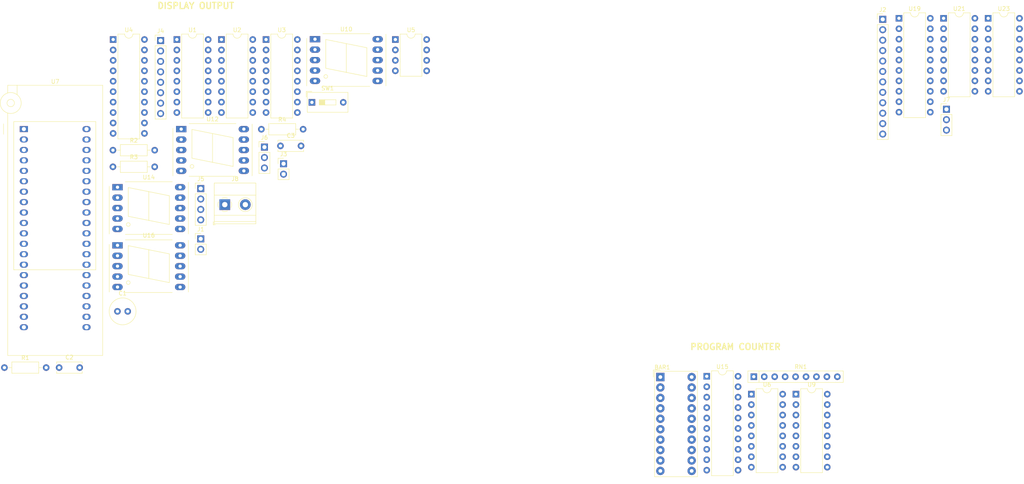
<source format=kicad_pcb>
(kicad_pcb (version 20171130) (host pcbnew "(5.1.9-0-10_14)")

  (general
    (thickness 1.6)
    (drawings 2)
    (tracks 0)
    (zones 0)
    (modules 34)
    (nets 92)
  )

  (page A4)
  (layers
    (0 F.Cu signal)
    (31 B.Cu signal)
    (32 B.Adhes user)
    (33 F.Adhes user)
    (34 B.Paste user)
    (35 F.Paste user)
    (36 B.SilkS user)
    (37 F.SilkS user)
    (38 B.Mask user)
    (39 F.Mask user)
    (40 Dwgs.User user)
    (41 Cmts.User user)
    (42 Eco1.User user)
    (43 Eco2.User user)
    (44 Edge.Cuts user)
    (45 Margin user)
    (46 B.CrtYd user)
    (47 F.CrtYd user)
    (48 B.Fab user)
    (49 F.Fab user)
  )

  (setup
    (last_trace_width 0.25)
    (trace_clearance 0.2)
    (zone_clearance 0.508)
    (zone_45_only no)
    (trace_min 0.2)
    (via_size 0.8)
    (via_drill 0.4)
    (via_min_size 0.4)
    (via_min_drill 0.3)
    (uvia_size 0.3)
    (uvia_drill 0.1)
    (uvias_allowed no)
    (uvia_min_size 0.2)
    (uvia_min_drill 0.1)
    (edge_width 0.05)
    (segment_width 0.2)
    (pcb_text_width 0.3)
    (pcb_text_size 1.5 1.5)
    (mod_edge_width 0.12)
    (mod_text_size 1 1)
    (mod_text_width 0.15)
    (pad_size 1.524 1.524)
    (pad_drill 0.762)
    (pad_to_mask_clearance 0)
    (aux_axis_origin 0 0)
    (visible_elements FFFFFF7F)
    (pcbplotparams
      (layerselection 0x010fc_ffffffff)
      (usegerberextensions false)
      (usegerberattributes true)
      (usegerberadvancedattributes true)
      (creategerberjobfile true)
      (excludeedgelayer true)
      (linewidth 0.100000)
      (plotframeref false)
      (viasonmask false)
      (mode 1)
      (useauxorigin false)
      (hpglpennumber 1)
      (hpglpenspeed 20)
      (hpglpendiameter 15.000000)
      (psnegative false)
      (psa4output false)
      (plotreference true)
      (plotvalue true)
      (plotinvisibletext false)
      (padsonsilk false)
      (subtractmaskfromsilk false)
      (outputformat 1)
      (mirror false)
      (drillshape 1)
      (scaleselection 1)
      (outputdirectory ""))
  )

  (net 0 "")
  (net 1 "Net-(BAR1-Pad20)")
  (net 2 "Net-(BAR1-Pad19)")
  (net 3 "Net-(BAR1-Pad18)")
  (net 4 "Net-(BAR1-Pad17)")
  (net 5 "Net-(BAR1-Pad9)")
  (net 6 "Net-(BAR1-Pad10)")
  (net 7 "Net-(BAR1-Pad11)")
  (net 8 "Net-(BAR1-Pad12)")
  (net 9 "Net-(BAR1-Pad16)")
  (net 10 "Net-(BAR1-Pad15)")
  (net 11 "Net-(BAR1-Pad14)")
  (net 12 "Net-(BAR1-Pad13)")
  (net 13 RESET)
  (net 14 A_REGISTER_IN)
  (net 15 A_REGISTER_OUT)
  (net 16 B_REGISTER_IN)
  (net 17 B_REGISTER_OUT)
  (net 18 NOT_CARRY)
  (net 19 A_EQ_B)
  (net 20 A_GT_B)
  (net 21 GND)
  (net 22 VCC)
  (net 23 CLOCK)
  (net 24 ALU_OUT)
  (net 25 ALU_MODE)
  (net 26 ALU_S3)
  (net 27 ALU_S2)
  (net 28 ALU_S1)
  (net 29 ALU_S0)
  (net 30 BUS_00)
  (net 31 BUS_01)
  (net 32 BUS_02)
  (net 33 BUS_03)
  (net 34 BUS_04)
  (net 35 BUS_05)
  (net 36 BUS_07)
  (net 37 BUS_06)
  (net 38 "Net-(U1-Pad15)")
  (net 39 "Net-(U4-Pad15)")
  (net 40 SIGN_DISPLAY)
  (net 41 100_DISPLAY)
  (net 42 10_DISPLAY)
  (net 43 1_DISPLAY)
  (net 44 D_SEG)
  (net 45 C_SEG)
  (net 46 E_SEG)
  (net 47 B_SEG)
  (net 48 F_SEG)
  (net 49 A_SEG)
  (net 50 G_SEG)
  (net 51 DP_SEG)
  (net 52 PC_00)
  (net 53 PC_01)
  (net 54 PC_02)
  (net 55 PC_03)
  (net 56 PC_04)
  (net 57 PC_05)
  (net 58 PC_06)
  (net 59 PC_07)
  (net 60 "Net-(C2-Pad2)")
  (net 61 "Net-(C3-Pad1)")
  (net 62 PC_CARRY_OUT)
  (net 63 PC_CE)
  (net 64 PC_OUT)
  (net 65 PC_JUMP)
  (net 66 DISPLAY_HEX)
  (net 67 DISPLAY_IN)
  (net 68 DISPLAY_SIGNED)
  (net 69 "Net-(R3-Pad1)")
  (net 70 DISPLAY_DIGIT_00)
  (net 71 DISPLAY_DIGIT_01)
  (net 72 DISPLAY_RATE)
  (net 73 "Net-(U1-Pad11)")
  (net 74 "Net-(U2-Pad3)")
  (net 75 "Net-(U4-Pad19)")
  (net 76 "Net-(U4-Pad9)")
  (net 77 "Net-(U4-Pad16)")
  (net 78 "Net-(U4-Pad6)")
  (net 79 "Net-(U4-Pad5)")
  (net 80 "Net-(U4-Pad12)")
  (net 81 "Net-(U4-Pad2)")
  (net 82 "Net-(U5-Pad4)")
  (net 83 "Net-(U6-Pad15)")
  (net 84 A_REG_00)
  (net 85 A_REG_01)
  (net 86 A_REG_02)
  (net 87 A_REG_03)
  (net 88 A_REG_04)
  (net 89 A_REG_05)
  (net 90 A_REG_06)
  (net 91 A_REG_07)

  (net_class Default "This is the default net class."
    (clearance 0.2)
    (trace_width 0.25)
    (via_dia 0.8)
    (via_drill 0.4)
    (uvia_dia 0.3)
    (uvia_drill 0.1)
    (add_net 100_DISPLAY)
    (add_net 10_DISPLAY)
    (add_net 1_DISPLAY)
    (add_net ALU_MODE)
    (add_net ALU_OUT)
    (add_net ALU_S0)
    (add_net ALU_S1)
    (add_net ALU_S2)
    (add_net ALU_S3)
    (add_net A_EQ_B)
    (add_net A_GT_B)
    (add_net A_REGISTER_IN)
    (add_net A_REGISTER_OUT)
    (add_net A_REG_00)
    (add_net A_REG_01)
    (add_net A_REG_02)
    (add_net A_REG_03)
    (add_net A_REG_04)
    (add_net A_REG_05)
    (add_net A_REG_06)
    (add_net A_REG_07)
    (add_net A_SEG)
    (add_net BUS_00)
    (add_net BUS_01)
    (add_net BUS_02)
    (add_net BUS_03)
    (add_net BUS_04)
    (add_net BUS_05)
    (add_net BUS_06)
    (add_net BUS_07)
    (add_net B_REGISTER_IN)
    (add_net B_REGISTER_OUT)
    (add_net B_SEG)
    (add_net CLOCK)
    (add_net C_SEG)
    (add_net DISPLAY_DIGIT_00)
    (add_net DISPLAY_DIGIT_01)
    (add_net DISPLAY_HEX)
    (add_net DISPLAY_IN)
    (add_net DISPLAY_RATE)
    (add_net DISPLAY_SIGNED)
    (add_net DP_SEG)
    (add_net D_SEG)
    (add_net E_SEG)
    (add_net F_SEG)
    (add_net GND)
    (add_net G_SEG)
    (add_net NOT_CARRY)
    (add_net "Net-(BAR1-Pad10)")
    (add_net "Net-(BAR1-Pad11)")
    (add_net "Net-(BAR1-Pad12)")
    (add_net "Net-(BAR1-Pad13)")
    (add_net "Net-(BAR1-Pad14)")
    (add_net "Net-(BAR1-Pad15)")
    (add_net "Net-(BAR1-Pad16)")
    (add_net "Net-(BAR1-Pad17)")
    (add_net "Net-(BAR1-Pad18)")
    (add_net "Net-(BAR1-Pad19)")
    (add_net "Net-(BAR1-Pad20)")
    (add_net "Net-(BAR1-Pad9)")
    (add_net "Net-(C2-Pad2)")
    (add_net "Net-(C3-Pad1)")
    (add_net "Net-(R3-Pad1)")
    (add_net "Net-(U1-Pad11)")
    (add_net "Net-(U1-Pad15)")
    (add_net "Net-(U2-Pad3)")
    (add_net "Net-(U4-Pad12)")
    (add_net "Net-(U4-Pad15)")
    (add_net "Net-(U4-Pad16)")
    (add_net "Net-(U4-Pad19)")
    (add_net "Net-(U4-Pad2)")
    (add_net "Net-(U4-Pad5)")
    (add_net "Net-(U4-Pad6)")
    (add_net "Net-(U4-Pad9)")
    (add_net "Net-(U5-Pad4)")
    (add_net "Net-(U6-Pad15)")
    (add_net PC_00)
    (add_net PC_01)
    (add_net PC_02)
    (add_net PC_03)
    (add_net PC_04)
    (add_net PC_05)
    (add_net PC_06)
    (add_net PC_07)
    (add_net PC_CARRY_OUT)
    (add_net PC_CE)
    (add_net PC_JUMP)
    (add_net PC_OUT)
    (add_net RESET)
    (add_net SIGN_DISPLAY)
    (add_net VCC)
  )

  (module Package_DIP:DIP-16_W7.62mm (layer F.Cu) (tedit 5A02E8C5) (tstamp 60DBA6A2)
    (at 267.712 22.864)
    (descr "16-lead though-hole mounted DIP package, row spacing 7.62 mm (300 mils)")
    (tags "THT DIP DIL PDIP 2.54mm 7.62mm 300mil")
    (path /646AA038)
    (fp_text reference U23 (at 3.81 -2.33) (layer F.SilkS)
      (effects (font (size 1 1) (thickness 0.15)))
    )
    (fp_text value 74LS173 (at 3.81 20.11) (layer F.Fab)
      (effects (font (size 1 1) (thickness 0.15)))
    )
    (fp_text user %R (at 3.81 8.89) (layer F.Fab)
      (effects (font (size 1 1) (thickness 0.15)))
    )
    (fp_arc (start 3.81 -1.33) (end 2.81 -1.33) (angle -180) (layer F.SilkS) (width 0.12))
    (fp_line (start 1.635 -1.27) (end 6.985 -1.27) (layer F.Fab) (width 0.1))
    (fp_line (start 6.985 -1.27) (end 6.985 19.05) (layer F.Fab) (width 0.1))
    (fp_line (start 6.985 19.05) (end 0.635 19.05) (layer F.Fab) (width 0.1))
    (fp_line (start 0.635 19.05) (end 0.635 -0.27) (layer F.Fab) (width 0.1))
    (fp_line (start 0.635 -0.27) (end 1.635 -1.27) (layer F.Fab) (width 0.1))
    (fp_line (start 2.81 -1.33) (end 1.16 -1.33) (layer F.SilkS) (width 0.12))
    (fp_line (start 1.16 -1.33) (end 1.16 19.11) (layer F.SilkS) (width 0.12))
    (fp_line (start 1.16 19.11) (end 6.46 19.11) (layer F.SilkS) (width 0.12))
    (fp_line (start 6.46 19.11) (end 6.46 -1.33) (layer F.SilkS) (width 0.12))
    (fp_line (start 6.46 -1.33) (end 4.81 -1.33) (layer F.SilkS) (width 0.12))
    (fp_line (start -1.1 -1.55) (end -1.1 19.3) (layer F.CrtYd) (width 0.05))
    (fp_line (start -1.1 19.3) (end 8.7 19.3) (layer F.CrtYd) (width 0.05))
    (fp_line (start 8.7 19.3) (end 8.7 -1.55) (layer F.CrtYd) (width 0.05))
    (fp_line (start 8.7 -1.55) (end -1.1 -1.55) (layer F.CrtYd) (width 0.05))
    (pad 16 thru_hole oval (at 7.62 0) (size 1.6 1.6) (drill 0.8) (layers *.Cu *.Mask)
      (net 22 VCC))
    (pad 8 thru_hole oval (at 0 17.78) (size 1.6 1.6) (drill 0.8) (layers *.Cu *.Mask)
      (net 21 GND))
    (pad 15 thru_hole oval (at 7.62 2.54) (size 1.6 1.6) (drill 0.8) (layers *.Cu *.Mask)
      (net 13 RESET))
    (pad 7 thru_hole oval (at 0 15.24) (size 1.6 1.6) (drill 0.8) (layers *.Cu *.Mask)
      (net 23 CLOCK))
    (pad 14 thru_hole oval (at 7.62 5.08) (size 1.6 1.6) (drill 0.8) (layers *.Cu *.Mask)
      (net 33 BUS_03))
    (pad 6 thru_hole oval (at 0 12.7) (size 1.6 1.6) (drill 0.8) (layers *.Cu *.Mask)
      (net 84 A_REG_00))
    (pad 13 thru_hole oval (at 7.62 7.62) (size 1.6 1.6) (drill 0.8) (layers *.Cu *.Mask)
      (net 32 BUS_02))
    (pad 5 thru_hole oval (at 0 10.16) (size 1.6 1.6) (drill 0.8) (layers *.Cu *.Mask)
      (net 85 A_REG_01))
    (pad 12 thru_hole oval (at 7.62 10.16) (size 1.6 1.6) (drill 0.8) (layers *.Cu *.Mask)
      (net 31 BUS_01))
    (pad 4 thru_hole oval (at 0 7.62) (size 1.6 1.6) (drill 0.8) (layers *.Cu *.Mask)
      (net 86 A_REG_02))
    (pad 11 thru_hole oval (at 7.62 12.7) (size 1.6 1.6) (drill 0.8) (layers *.Cu *.Mask)
      (net 30 BUS_00))
    (pad 3 thru_hole oval (at 0 5.08) (size 1.6 1.6) (drill 0.8) (layers *.Cu *.Mask)
      (net 87 A_REG_03))
    (pad 10 thru_hole oval (at 7.62 15.24) (size 1.6 1.6) (drill 0.8) (layers *.Cu *.Mask)
      (net 14 A_REGISTER_IN))
    (pad 2 thru_hole oval (at 0 2.54) (size 1.6 1.6) (drill 0.8) (layers *.Cu *.Mask)
      (net 21 GND))
    (pad 9 thru_hole oval (at 7.62 17.78) (size 1.6 1.6) (drill 0.8) (layers *.Cu *.Mask)
      (net 14 A_REGISTER_IN))
    (pad 1 thru_hole rect (at 0 0) (size 1.6 1.6) (drill 0.8) (layers *.Cu *.Mask)
      (net 21 GND))
    (model ${KISYS3DMOD}/Package_DIP.3dshapes/DIP-16_W7.62mm.wrl
      (at (xyz 0 0 0))
      (scale (xyz 1 1 1))
      (rotate (xyz 0 0 0))
    )
  )

  (module Package_DIP:DIP-16_W7.62mm (layer F.Cu) (tedit 5A02E8C5) (tstamp 60DBA67E)
    (at 256.862 22.864)
    (descr "16-lead though-hole mounted DIP package, row spacing 7.62 mm (300 mils)")
    (tags "THT DIP DIL PDIP 2.54mm 7.62mm 300mil")
    (path /646AA04D)
    (fp_text reference U21 (at 3.81 -2.33) (layer F.SilkS)
      (effects (font (size 1 1) (thickness 0.15)))
    )
    (fp_text value 74LS173 (at 3.81 20.11) (layer F.Fab)
      (effects (font (size 1 1) (thickness 0.15)))
    )
    (fp_text user %R (at 3.81 8.89) (layer F.Fab)
      (effects (font (size 1 1) (thickness 0.15)))
    )
    (fp_arc (start 3.81 -1.33) (end 2.81 -1.33) (angle -180) (layer F.SilkS) (width 0.12))
    (fp_line (start 1.635 -1.27) (end 6.985 -1.27) (layer F.Fab) (width 0.1))
    (fp_line (start 6.985 -1.27) (end 6.985 19.05) (layer F.Fab) (width 0.1))
    (fp_line (start 6.985 19.05) (end 0.635 19.05) (layer F.Fab) (width 0.1))
    (fp_line (start 0.635 19.05) (end 0.635 -0.27) (layer F.Fab) (width 0.1))
    (fp_line (start 0.635 -0.27) (end 1.635 -1.27) (layer F.Fab) (width 0.1))
    (fp_line (start 2.81 -1.33) (end 1.16 -1.33) (layer F.SilkS) (width 0.12))
    (fp_line (start 1.16 -1.33) (end 1.16 19.11) (layer F.SilkS) (width 0.12))
    (fp_line (start 1.16 19.11) (end 6.46 19.11) (layer F.SilkS) (width 0.12))
    (fp_line (start 6.46 19.11) (end 6.46 -1.33) (layer F.SilkS) (width 0.12))
    (fp_line (start 6.46 -1.33) (end 4.81 -1.33) (layer F.SilkS) (width 0.12))
    (fp_line (start -1.1 -1.55) (end -1.1 19.3) (layer F.CrtYd) (width 0.05))
    (fp_line (start -1.1 19.3) (end 8.7 19.3) (layer F.CrtYd) (width 0.05))
    (fp_line (start 8.7 19.3) (end 8.7 -1.55) (layer F.CrtYd) (width 0.05))
    (fp_line (start 8.7 -1.55) (end -1.1 -1.55) (layer F.CrtYd) (width 0.05))
    (pad 16 thru_hole oval (at 7.62 0) (size 1.6 1.6) (drill 0.8) (layers *.Cu *.Mask)
      (net 22 VCC))
    (pad 8 thru_hole oval (at 0 17.78) (size 1.6 1.6) (drill 0.8) (layers *.Cu *.Mask)
      (net 21 GND))
    (pad 15 thru_hole oval (at 7.62 2.54) (size 1.6 1.6) (drill 0.8) (layers *.Cu *.Mask)
      (net 13 RESET))
    (pad 7 thru_hole oval (at 0 15.24) (size 1.6 1.6) (drill 0.8) (layers *.Cu *.Mask)
      (net 23 CLOCK))
    (pad 14 thru_hole oval (at 7.62 5.08) (size 1.6 1.6) (drill 0.8) (layers *.Cu *.Mask)
      (net 36 BUS_07))
    (pad 6 thru_hole oval (at 0 12.7) (size 1.6 1.6) (drill 0.8) (layers *.Cu *.Mask)
      (net 88 A_REG_04))
    (pad 13 thru_hole oval (at 7.62 7.62) (size 1.6 1.6) (drill 0.8) (layers *.Cu *.Mask)
      (net 37 BUS_06))
    (pad 5 thru_hole oval (at 0 10.16) (size 1.6 1.6) (drill 0.8) (layers *.Cu *.Mask)
      (net 89 A_REG_05))
    (pad 12 thru_hole oval (at 7.62 10.16) (size 1.6 1.6) (drill 0.8) (layers *.Cu *.Mask)
      (net 35 BUS_05))
    (pad 4 thru_hole oval (at 0 7.62) (size 1.6 1.6) (drill 0.8) (layers *.Cu *.Mask)
      (net 90 A_REG_06))
    (pad 11 thru_hole oval (at 7.62 12.7) (size 1.6 1.6) (drill 0.8) (layers *.Cu *.Mask)
      (net 34 BUS_04))
    (pad 3 thru_hole oval (at 0 5.08) (size 1.6 1.6) (drill 0.8) (layers *.Cu *.Mask)
      (net 91 A_REG_07))
    (pad 10 thru_hole oval (at 7.62 15.24) (size 1.6 1.6) (drill 0.8) (layers *.Cu *.Mask)
      (net 14 A_REGISTER_IN))
    (pad 2 thru_hole oval (at 0 2.54) (size 1.6 1.6) (drill 0.8) (layers *.Cu *.Mask)
      (net 21 GND))
    (pad 9 thru_hole oval (at 7.62 17.78) (size 1.6 1.6) (drill 0.8) (layers *.Cu *.Mask)
      (net 14 A_REGISTER_IN))
    (pad 1 thru_hole rect (at 0 0) (size 1.6 1.6) (drill 0.8) (layers *.Cu *.Mask)
      (net 21 GND))
    (model ${KISYS3DMOD}/Package_DIP.3dshapes/DIP-16_W7.62mm.wrl
      (at (xyz 0 0 0))
      (scale (xyz 1 1 1))
      (rotate (xyz 0 0 0))
    )
  )

  (module Package_DIP:DIP-20_W7.62mm (layer F.Cu) (tedit 5A02E8C5) (tstamp 60DBA65A)
    (at 246.012 22.864)
    (descr "20-lead though-hole mounted DIP package, row spacing 7.62 mm (300 mils)")
    (tags "THT DIP DIL PDIP 2.54mm 7.62mm 300mil")
    (path /646AA05F)
    (fp_text reference U19 (at 3.81 -2.33) (layer F.SilkS)
      (effects (font (size 1 1) (thickness 0.15)))
    )
    (fp_text value 74LS245 (at 3.81 25.19) (layer F.Fab)
      (effects (font (size 1 1) (thickness 0.15)))
    )
    (fp_text user %R (at 3.81 11.43) (layer F.Fab)
      (effects (font (size 1 1) (thickness 0.15)))
    )
    (fp_arc (start 3.81 -1.33) (end 2.81 -1.33) (angle -180) (layer F.SilkS) (width 0.12))
    (fp_line (start 1.635 -1.27) (end 6.985 -1.27) (layer F.Fab) (width 0.1))
    (fp_line (start 6.985 -1.27) (end 6.985 24.13) (layer F.Fab) (width 0.1))
    (fp_line (start 6.985 24.13) (end 0.635 24.13) (layer F.Fab) (width 0.1))
    (fp_line (start 0.635 24.13) (end 0.635 -0.27) (layer F.Fab) (width 0.1))
    (fp_line (start 0.635 -0.27) (end 1.635 -1.27) (layer F.Fab) (width 0.1))
    (fp_line (start 2.81 -1.33) (end 1.16 -1.33) (layer F.SilkS) (width 0.12))
    (fp_line (start 1.16 -1.33) (end 1.16 24.19) (layer F.SilkS) (width 0.12))
    (fp_line (start 1.16 24.19) (end 6.46 24.19) (layer F.SilkS) (width 0.12))
    (fp_line (start 6.46 24.19) (end 6.46 -1.33) (layer F.SilkS) (width 0.12))
    (fp_line (start 6.46 -1.33) (end 4.81 -1.33) (layer F.SilkS) (width 0.12))
    (fp_line (start -1.1 -1.55) (end -1.1 24.4) (layer F.CrtYd) (width 0.05))
    (fp_line (start -1.1 24.4) (end 8.7 24.4) (layer F.CrtYd) (width 0.05))
    (fp_line (start 8.7 24.4) (end 8.7 -1.55) (layer F.CrtYd) (width 0.05))
    (fp_line (start 8.7 -1.55) (end -1.1 -1.55) (layer F.CrtYd) (width 0.05))
    (pad 20 thru_hole oval (at 7.62 0) (size 1.6 1.6) (drill 0.8) (layers *.Cu *.Mask)
      (net 22 VCC))
    (pad 10 thru_hole oval (at 0 22.86) (size 1.6 1.6) (drill 0.8) (layers *.Cu *.Mask)
      (net 21 GND))
    (pad 19 thru_hole oval (at 7.62 2.54) (size 1.6 1.6) (drill 0.8) (layers *.Cu *.Mask)
      (net 15 A_REGISTER_OUT))
    (pad 9 thru_hole oval (at 0 20.32) (size 1.6 1.6) (drill 0.8) (layers *.Cu *.Mask)
      (net 84 A_REG_00))
    (pad 18 thru_hole oval (at 7.62 5.08) (size 1.6 1.6) (drill 0.8) (layers *.Cu *.Mask)
      (net 36 BUS_07))
    (pad 8 thru_hole oval (at 0 17.78) (size 1.6 1.6) (drill 0.8) (layers *.Cu *.Mask)
      (net 85 A_REG_01))
    (pad 17 thru_hole oval (at 7.62 7.62) (size 1.6 1.6) (drill 0.8) (layers *.Cu *.Mask)
      (net 37 BUS_06))
    (pad 7 thru_hole oval (at 0 15.24) (size 1.6 1.6) (drill 0.8) (layers *.Cu *.Mask)
      (net 86 A_REG_02))
    (pad 16 thru_hole oval (at 7.62 10.16) (size 1.6 1.6) (drill 0.8) (layers *.Cu *.Mask)
      (net 35 BUS_05))
    (pad 6 thru_hole oval (at 0 12.7) (size 1.6 1.6) (drill 0.8) (layers *.Cu *.Mask)
      (net 87 A_REG_03))
    (pad 15 thru_hole oval (at 7.62 12.7) (size 1.6 1.6) (drill 0.8) (layers *.Cu *.Mask)
      (net 34 BUS_04))
    (pad 5 thru_hole oval (at 0 10.16) (size 1.6 1.6) (drill 0.8) (layers *.Cu *.Mask)
      (net 88 A_REG_04))
    (pad 14 thru_hole oval (at 7.62 15.24) (size 1.6 1.6) (drill 0.8) (layers *.Cu *.Mask)
      (net 33 BUS_03))
    (pad 4 thru_hole oval (at 0 7.62) (size 1.6 1.6) (drill 0.8) (layers *.Cu *.Mask)
      (net 89 A_REG_05))
    (pad 13 thru_hole oval (at 7.62 17.78) (size 1.6 1.6) (drill 0.8) (layers *.Cu *.Mask)
      (net 32 BUS_02))
    (pad 3 thru_hole oval (at 0 5.08) (size 1.6 1.6) (drill 0.8) (layers *.Cu *.Mask)
      (net 90 A_REG_06))
    (pad 12 thru_hole oval (at 7.62 20.32) (size 1.6 1.6) (drill 0.8) (layers *.Cu *.Mask)
      (net 31 BUS_01))
    (pad 2 thru_hole oval (at 0 2.54) (size 1.6 1.6) (drill 0.8) (layers *.Cu *.Mask)
      (net 91 A_REG_07))
    (pad 11 thru_hole oval (at 7.62 22.86) (size 1.6 1.6) (drill 0.8) (layers *.Cu *.Mask)
      (net 30 BUS_00))
    (pad 1 thru_hole rect (at 0 0) (size 1.6 1.6) (drill 0.8) (layers *.Cu *.Mask)
      (net 22 VCC))
    (model ${KISYS3DMOD}/Package_DIP.3dshapes/DIP-20_W7.62mm.wrl
      (at (xyz 0 0 0))
      (scale (xyz 1 1 1))
      (rotate (xyz 0 0 0))
    )
  )

  (module Connector_PinHeader_2.54mm:PinHeader_1x03_P2.54mm_Vertical (layer F.Cu) (tedit 59FED5CC) (tstamp 60DBA29B)
    (at 257.562 45.014)
    (descr "Through hole straight pin header, 1x03, 2.54mm pitch, single row")
    (tags "Through hole pin header THT 1x03 2.54mm single row")
    (path /609B6A3B)
    (fp_text reference J7 (at 0 -2.33) (layer F.SilkS)
      (effects (font (size 1 1) (thickness 0.15)))
    )
    (fp_text value Conn_01x03 (at 0 7.41) (layer F.Fab)
      (effects (font (size 1 1) (thickness 0.15)))
    )
    (fp_text user %R (at 0 2.54 90) (layer F.Fab)
      (effects (font (size 1 1) (thickness 0.15)))
    )
    (fp_line (start -0.635 -1.27) (end 1.27 -1.27) (layer F.Fab) (width 0.1))
    (fp_line (start 1.27 -1.27) (end 1.27 6.35) (layer F.Fab) (width 0.1))
    (fp_line (start 1.27 6.35) (end -1.27 6.35) (layer F.Fab) (width 0.1))
    (fp_line (start -1.27 6.35) (end -1.27 -0.635) (layer F.Fab) (width 0.1))
    (fp_line (start -1.27 -0.635) (end -0.635 -1.27) (layer F.Fab) (width 0.1))
    (fp_line (start -1.33 6.41) (end 1.33 6.41) (layer F.SilkS) (width 0.12))
    (fp_line (start -1.33 1.27) (end -1.33 6.41) (layer F.SilkS) (width 0.12))
    (fp_line (start 1.33 1.27) (end 1.33 6.41) (layer F.SilkS) (width 0.12))
    (fp_line (start -1.33 1.27) (end 1.33 1.27) (layer F.SilkS) (width 0.12))
    (fp_line (start -1.33 0) (end -1.33 -1.33) (layer F.SilkS) (width 0.12))
    (fp_line (start -1.33 -1.33) (end 0 -1.33) (layer F.SilkS) (width 0.12))
    (fp_line (start -1.8 -1.8) (end -1.8 6.85) (layer F.CrtYd) (width 0.05))
    (fp_line (start -1.8 6.85) (end 1.8 6.85) (layer F.CrtYd) (width 0.05))
    (fp_line (start 1.8 6.85) (end 1.8 -1.8) (layer F.CrtYd) (width 0.05))
    (fp_line (start 1.8 -1.8) (end -1.8 -1.8) (layer F.CrtYd) (width 0.05))
    (pad 3 thru_hole oval (at 0 5.08) (size 1.7 1.7) (drill 1) (layers *.Cu *.Mask)
      (net 18 NOT_CARRY))
    (pad 2 thru_hole oval (at 0 2.54) (size 1.7 1.7) (drill 1) (layers *.Cu *.Mask)
      (net 19 A_EQ_B))
    (pad 1 thru_hole rect (at 0 0) (size 1.7 1.7) (drill 1) (layers *.Cu *.Mask)
      (net 20 A_GT_B))
    (model ${KISYS3DMOD}/Connector_PinHeader_2.54mm.3dshapes/PinHeader_1x03_P2.54mm_Vertical.wrl
      (at (xyz 0 0 0))
      (scale (xyz 1 1 1))
      (rotate (xyz 0 0 0))
    )
  )

  (module Connector_PinHeader_2.54mm:PinHeader_1x12_P2.54mm_Vertical (layer F.Cu) (tedit 59FED5CC) (tstamp 60DBA227)
    (at 242.062 23.114)
    (descr "Through hole straight pin header, 1x12, 2.54mm pitch, single row")
    (tags "Through hole pin header THT 1x12 2.54mm single row")
    (path /6477047D)
    (fp_text reference J2 (at 0 -2.33) (layer F.SilkS)
      (effects (font (size 1 1) (thickness 0.15)))
    )
    (fp_text value Conn_01x12 (at 0 30.27) (layer F.Fab)
      (effects (font (size 1 1) (thickness 0.15)))
    )
    (fp_text user %R (at 0 13.97 90) (layer F.Fab)
      (effects (font (size 1 1) (thickness 0.15)))
    )
    (fp_line (start -0.635 -1.27) (end 1.27 -1.27) (layer F.Fab) (width 0.1))
    (fp_line (start 1.27 -1.27) (end 1.27 29.21) (layer F.Fab) (width 0.1))
    (fp_line (start 1.27 29.21) (end -1.27 29.21) (layer F.Fab) (width 0.1))
    (fp_line (start -1.27 29.21) (end -1.27 -0.635) (layer F.Fab) (width 0.1))
    (fp_line (start -1.27 -0.635) (end -0.635 -1.27) (layer F.Fab) (width 0.1))
    (fp_line (start -1.33 29.27) (end 1.33 29.27) (layer F.SilkS) (width 0.12))
    (fp_line (start -1.33 1.27) (end -1.33 29.27) (layer F.SilkS) (width 0.12))
    (fp_line (start 1.33 1.27) (end 1.33 29.27) (layer F.SilkS) (width 0.12))
    (fp_line (start -1.33 1.27) (end 1.33 1.27) (layer F.SilkS) (width 0.12))
    (fp_line (start -1.33 0) (end -1.33 -1.33) (layer F.SilkS) (width 0.12))
    (fp_line (start -1.33 -1.33) (end 0 -1.33) (layer F.SilkS) (width 0.12))
    (fp_line (start -1.8 -1.8) (end -1.8 29.75) (layer F.CrtYd) (width 0.05))
    (fp_line (start -1.8 29.75) (end 1.8 29.75) (layer F.CrtYd) (width 0.05))
    (fp_line (start 1.8 29.75) (end 1.8 -1.8) (layer F.CrtYd) (width 0.05))
    (fp_line (start 1.8 -1.8) (end -1.8 -1.8) (layer F.CrtYd) (width 0.05))
    (pad 12 thru_hole oval (at 0 27.94) (size 1.7 1.7) (drill 1) (layers *.Cu *.Mask)
      (net 23 CLOCK))
    (pad 11 thru_hole oval (at 0 25.4) (size 1.7 1.7) (drill 1) (layers *.Cu *.Mask)
      (net 13 RESET))
    (pad 10 thru_hole oval (at 0 22.86) (size 1.7 1.7) (drill 1) (layers *.Cu *.Mask)
      (net 14 A_REGISTER_IN))
    (pad 9 thru_hole oval (at 0 20.32) (size 1.7 1.7) (drill 1) (layers *.Cu *.Mask)
      (net 15 A_REGISTER_OUT))
    (pad 8 thru_hole oval (at 0 17.78) (size 1.7 1.7) (drill 1) (layers *.Cu *.Mask)
      (net 16 B_REGISTER_IN))
    (pad 7 thru_hole oval (at 0 15.24) (size 1.7 1.7) (drill 1) (layers *.Cu *.Mask)
      (net 17 B_REGISTER_OUT))
    (pad 6 thru_hole oval (at 0 12.7) (size 1.7 1.7) (drill 1) (layers *.Cu *.Mask)
      (net 24 ALU_OUT))
    (pad 5 thru_hole oval (at 0 10.16) (size 1.7 1.7) (drill 1) (layers *.Cu *.Mask)
      (net 25 ALU_MODE))
    (pad 4 thru_hole oval (at 0 7.62) (size 1.7 1.7) (drill 1) (layers *.Cu *.Mask)
      (net 26 ALU_S3))
    (pad 3 thru_hole oval (at 0 5.08) (size 1.7 1.7) (drill 1) (layers *.Cu *.Mask)
      (net 27 ALU_S2))
    (pad 2 thru_hole oval (at 0 2.54) (size 1.7 1.7) (drill 1) (layers *.Cu *.Mask)
      (net 28 ALU_S1))
    (pad 1 thru_hole rect (at 0 0) (size 1.7 1.7) (drill 1) (layers *.Cu *.Mask)
      (net 29 ALU_S0))
    (model ${KISYS3DMOD}/Connector_PinHeader_2.54mm.3dshapes/PinHeader_1x12_P2.54mm_Vertical.wrl
      (at (xyz 0 0 0))
      (scale (xyz 1 1 1))
      (rotate (xyz 0 0 0))
    )
  )

  (module Package_DIP:DIP-20_W7.62mm (layer F.Cu) (tedit 5A02E8C5) (tstamp 60DB9598)
    (at 199.245 110.051)
    (descr "20-lead though-hole mounted DIP package, row spacing 7.62 mm (300 mils)")
    (tags "THT DIP DIL PDIP 2.54mm 7.62mm 300mil")
    (path /6106983C)
    (fp_text reference U15 (at 3.81 -2.33) (layer F.SilkS)
      (effects (font (size 1 1) (thickness 0.15)))
    )
    (fp_text value 74LS245 (at 3.81 25.19) (layer F.Fab)
      (effects (font (size 1 1) (thickness 0.15)))
    )
    (fp_text user %R (at 3.81 11.43) (layer F.Fab)
      (effects (font (size 1 1) (thickness 0.15)))
    )
    (fp_arc (start 3.81 -1.33) (end 2.81 -1.33) (angle -180) (layer F.SilkS) (width 0.12))
    (fp_line (start 1.635 -1.27) (end 6.985 -1.27) (layer F.Fab) (width 0.1))
    (fp_line (start 6.985 -1.27) (end 6.985 24.13) (layer F.Fab) (width 0.1))
    (fp_line (start 6.985 24.13) (end 0.635 24.13) (layer F.Fab) (width 0.1))
    (fp_line (start 0.635 24.13) (end 0.635 -0.27) (layer F.Fab) (width 0.1))
    (fp_line (start 0.635 -0.27) (end 1.635 -1.27) (layer F.Fab) (width 0.1))
    (fp_line (start 2.81 -1.33) (end 1.16 -1.33) (layer F.SilkS) (width 0.12))
    (fp_line (start 1.16 -1.33) (end 1.16 24.19) (layer F.SilkS) (width 0.12))
    (fp_line (start 1.16 24.19) (end 6.46 24.19) (layer F.SilkS) (width 0.12))
    (fp_line (start 6.46 24.19) (end 6.46 -1.33) (layer F.SilkS) (width 0.12))
    (fp_line (start 6.46 -1.33) (end 4.81 -1.33) (layer F.SilkS) (width 0.12))
    (fp_line (start -1.1 -1.55) (end -1.1 24.4) (layer F.CrtYd) (width 0.05))
    (fp_line (start -1.1 24.4) (end 8.7 24.4) (layer F.CrtYd) (width 0.05))
    (fp_line (start 8.7 24.4) (end 8.7 -1.55) (layer F.CrtYd) (width 0.05))
    (fp_line (start 8.7 -1.55) (end -1.1 -1.55) (layer F.CrtYd) (width 0.05))
    (pad 20 thru_hole oval (at 7.62 0) (size 1.6 1.6) (drill 0.8) (layers *.Cu *.Mask)
      (net 22 VCC))
    (pad 10 thru_hole oval (at 0 22.86) (size 1.6 1.6) (drill 0.8) (layers *.Cu *.Mask)
      (net 21 GND))
    (pad 19 thru_hole oval (at 7.62 2.54) (size 1.6 1.6) (drill 0.8) (layers *.Cu *.Mask)
      (net 64 PC_OUT))
    (pad 9 thru_hole oval (at 0 20.32) (size 1.6 1.6) (drill 0.8) (layers *.Cu *.Mask)
      (net 36 BUS_07))
    (pad 18 thru_hole oval (at 7.62 5.08) (size 1.6 1.6) (drill 0.8) (layers *.Cu *.Mask)
      (net 52 PC_00))
    (pad 8 thru_hole oval (at 0 17.78) (size 1.6 1.6) (drill 0.8) (layers *.Cu *.Mask)
      (net 37 BUS_06))
    (pad 17 thru_hole oval (at 7.62 7.62) (size 1.6 1.6) (drill 0.8) (layers *.Cu *.Mask)
      (net 53 PC_01))
    (pad 7 thru_hole oval (at 0 15.24) (size 1.6 1.6) (drill 0.8) (layers *.Cu *.Mask)
      (net 35 BUS_05))
    (pad 16 thru_hole oval (at 7.62 10.16) (size 1.6 1.6) (drill 0.8) (layers *.Cu *.Mask)
      (net 54 PC_02))
    (pad 6 thru_hole oval (at 0 12.7) (size 1.6 1.6) (drill 0.8) (layers *.Cu *.Mask)
      (net 34 BUS_04))
    (pad 15 thru_hole oval (at 7.62 12.7) (size 1.6 1.6) (drill 0.8) (layers *.Cu *.Mask)
      (net 55 PC_03))
    (pad 5 thru_hole oval (at 0 10.16) (size 1.6 1.6) (drill 0.8) (layers *.Cu *.Mask)
      (net 33 BUS_03))
    (pad 14 thru_hole oval (at 7.62 15.24) (size 1.6 1.6) (drill 0.8) (layers *.Cu *.Mask)
      (net 56 PC_04))
    (pad 4 thru_hole oval (at 0 7.62) (size 1.6 1.6) (drill 0.8) (layers *.Cu *.Mask)
      (net 32 BUS_02))
    (pad 13 thru_hole oval (at 7.62 17.78) (size 1.6 1.6) (drill 0.8) (layers *.Cu *.Mask)
      (net 57 PC_05))
    (pad 3 thru_hole oval (at 0 5.08) (size 1.6 1.6) (drill 0.8) (layers *.Cu *.Mask)
      (net 31 BUS_01))
    (pad 12 thru_hole oval (at 7.62 20.32) (size 1.6 1.6) (drill 0.8) (layers *.Cu *.Mask)
      (net 58 PC_06))
    (pad 2 thru_hole oval (at 0 2.54) (size 1.6 1.6) (drill 0.8) (layers *.Cu *.Mask)
      (net 30 BUS_00))
    (pad 11 thru_hole oval (at 7.62 22.86) (size 1.6 1.6) (drill 0.8) (layers *.Cu *.Mask)
      (net 59 PC_07))
    (pad 1 thru_hole rect (at 0 0) (size 1.6 1.6) (drill 0.8) (layers *.Cu *.Mask)
      (net 21 GND))
    (model ${KISYS3DMOD}/Package_DIP.3dshapes/DIP-20_W7.62mm.wrl
      (at (xyz 0 0 0))
      (scale (xyz 1 1 1))
      (rotate (xyz 0 0 0))
    )
  )

  (module Package_DIP:DIP-16_W7.62mm (layer F.Cu) (tedit 5A02E8C5) (tstamp 60DB9570)
    (at 220.945 114.401)
    (descr "16-lead though-hole mounted DIP package, row spacing 7.62 mm (300 mils)")
    (tags "THT DIP DIL PDIP 2.54mm 7.62mm 300mil")
    (path /61069866)
    (fp_text reference U9 (at 3.81 -2.33) (layer F.SilkS)
      (effects (font (size 1 1) (thickness 0.15)))
    )
    (fp_text value 74LS161 (at 3.81 20.11) (layer F.Fab)
      (effects (font (size 1 1) (thickness 0.15)))
    )
    (fp_text user %R (at 3.81 8.89) (layer F.Fab)
      (effects (font (size 1 1) (thickness 0.15)))
    )
    (fp_arc (start 3.81 -1.33) (end 2.81 -1.33) (angle -180) (layer F.SilkS) (width 0.12))
    (fp_line (start 1.635 -1.27) (end 6.985 -1.27) (layer F.Fab) (width 0.1))
    (fp_line (start 6.985 -1.27) (end 6.985 19.05) (layer F.Fab) (width 0.1))
    (fp_line (start 6.985 19.05) (end 0.635 19.05) (layer F.Fab) (width 0.1))
    (fp_line (start 0.635 19.05) (end 0.635 -0.27) (layer F.Fab) (width 0.1))
    (fp_line (start 0.635 -0.27) (end 1.635 -1.27) (layer F.Fab) (width 0.1))
    (fp_line (start 2.81 -1.33) (end 1.16 -1.33) (layer F.SilkS) (width 0.12))
    (fp_line (start 1.16 -1.33) (end 1.16 19.11) (layer F.SilkS) (width 0.12))
    (fp_line (start 1.16 19.11) (end 6.46 19.11) (layer F.SilkS) (width 0.12))
    (fp_line (start 6.46 19.11) (end 6.46 -1.33) (layer F.SilkS) (width 0.12))
    (fp_line (start 6.46 -1.33) (end 4.81 -1.33) (layer F.SilkS) (width 0.12))
    (fp_line (start -1.1 -1.55) (end -1.1 19.3) (layer F.CrtYd) (width 0.05))
    (fp_line (start -1.1 19.3) (end 8.7 19.3) (layer F.CrtYd) (width 0.05))
    (fp_line (start 8.7 19.3) (end 8.7 -1.55) (layer F.CrtYd) (width 0.05))
    (fp_line (start 8.7 -1.55) (end -1.1 -1.55) (layer F.CrtYd) (width 0.05))
    (pad 16 thru_hole oval (at 7.62 0) (size 1.6 1.6) (drill 0.8) (layers *.Cu *.Mask)
      (net 22 VCC))
    (pad 8 thru_hole oval (at 0 17.78) (size 1.6 1.6) (drill 0.8) (layers *.Cu *.Mask)
      (net 21 GND))
    (pad 15 thru_hole oval (at 7.62 2.54) (size 1.6 1.6) (drill 0.8) (layers *.Cu *.Mask)
      (net 62 PC_CARRY_OUT))
    (pad 7 thru_hole oval (at 0 15.24) (size 1.6 1.6) (drill 0.8) (layers *.Cu *.Mask)
      (net 22 VCC))
    (pad 14 thru_hole oval (at 7.62 5.08) (size 1.6 1.6) (drill 0.8) (layers *.Cu *.Mask)
      (net 55 PC_03))
    (pad 6 thru_hole oval (at 0 12.7) (size 1.6 1.6) (drill 0.8) (layers *.Cu *.Mask)
      (net 36 BUS_07))
    (pad 13 thru_hole oval (at 7.62 7.62) (size 1.6 1.6) (drill 0.8) (layers *.Cu *.Mask)
      (net 54 PC_02))
    (pad 5 thru_hole oval (at 0 10.16) (size 1.6 1.6) (drill 0.8) (layers *.Cu *.Mask)
      (net 37 BUS_06))
    (pad 12 thru_hole oval (at 7.62 10.16) (size 1.6 1.6) (drill 0.8) (layers *.Cu *.Mask)
      (net 53 PC_01))
    (pad 4 thru_hole oval (at 0 7.62) (size 1.6 1.6) (drill 0.8) (layers *.Cu *.Mask)
      (net 35 BUS_05))
    (pad 11 thru_hole oval (at 7.62 12.7) (size 1.6 1.6) (drill 0.8) (layers *.Cu *.Mask)
      (net 52 PC_00))
    (pad 3 thru_hole oval (at 0 5.08) (size 1.6 1.6) (drill 0.8) (layers *.Cu *.Mask)
      (net 34 BUS_04))
    (pad 10 thru_hole oval (at 7.62 15.24) (size 1.6 1.6) (drill 0.8) (layers *.Cu *.Mask)
      (net 83 "Net-(U6-Pad15)"))
    (pad 2 thru_hole oval (at 0 2.54) (size 1.6 1.6) (drill 0.8) (layers *.Cu *.Mask)
      (net 23 CLOCK))
    (pad 9 thru_hole oval (at 7.62 17.78) (size 1.6 1.6) (drill 0.8) (layers *.Cu *.Mask)
      (net 65 PC_JUMP))
    (pad 1 thru_hole rect (at 0 0) (size 1.6 1.6) (drill 0.8) (layers *.Cu *.Mask)
      (net 13 RESET))
    (model ${KISYS3DMOD}/Package_DIP.3dshapes/DIP-16_W7.62mm.wrl
      (at (xyz 0 0 0))
      (scale (xyz 1 1 1))
      (rotate (xyz 0 0 0))
    )
  )

  (module Package_DIP:DIP-16_W7.62mm (layer F.Cu) (tedit 5A02E8C5) (tstamp 60DB954C)
    (at 210.095 114.401)
    (descr "16-lead though-hole mounted DIP package, row spacing 7.62 mm (300 mils)")
    (tags "THT DIP DIL PDIP 2.54mm 7.62mm 300mil")
    (path /61069854)
    (fp_text reference U6 (at 3.81 -2.33) (layer F.SilkS)
      (effects (font (size 1 1) (thickness 0.15)))
    )
    (fp_text value 74LS161 (at 3.81 20.11) (layer F.Fab)
      (effects (font (size 1 1) (thickness 0.15)))
    )
    (fp_text user %R (at 3.81 8.89) (layer F.Fab)
      (effects (font (size 1 1) (thickness 0.15)))
    )
    (fp_arc (start 3.81 -1.33) (end 2.81 -1.33) (angle -180) (layer F.SilkS) (width 0.12))
    (fp_line (start 1.635 -1.27) (end 6.985 -1.27) (layer F.Fab) (width 0.1))
    (fp_line (start 6.985 -1.27) (end 6.985 19.05) (layer F.Fab) (width 0.1))
    (fp_line (start 6.985 19.05) (end 0.635 19.05) (layer F.Fab) (width 0.1))
    (fp_line (start 0.635 19.05) (end 0.635 -0.27) (layer F.Fab) (width 0.1))
    (fp_line (start 0.635 -0.27) (end 1.635 -1.27) (layer F.Fab) (width 0.1))
    (fp_line (start 2.81 -1.33) (end 1.16 -1.33) (layer F.SilkS) (width 0.12))
    (fp_line (start 1.16 -1.33) (end 1.16 19.11) (layer F.SilkS) (width 0.12))
    (fp_line (start 1.16 19.11) (end 6.46 19.11) (layer F.SilkS) (width 0.12))
    (fp_line (start 6.46 19.11) (end 6.46 -1.33) (layer F.SilkS) (width 0.12))
    (fp_line (start 6.46 -1.33) (end 4.81 -1.33) (layer F.SilkS) (width 0.12))
    (fp_line (start -1.1 -1.55) (end -1.1 19.3) (layer F.CrtYd) (width 0.05))
    (fp_line (start -1.1 19.3) (end 8.7 19.3) (layer F.CrtYd) (width 0.05))
    (fp_line (start 8.7 19.3) (end 8.7 -1.55) (layer F.CrtYd) (width 0.05))
    (fp_line (start 8.7 -1.55) (end -1.1 -1.55) (layer F.CrtYd) (width 0.05))
    (pad 16 thru_hole oval (at 7.62 0) (size 1.6 1.6) (drill 0.8) (layers *.Cu *.Mask)
      (net 22 VCC))
    (pad 8 thru_hole oval (at 0 17.78) (size 1.6 1.6) (drill 0.8) (layers *.Cu *.Mask)
      (net 21 GND))
    (pad 15 thru_hole oval (at 7.62 2.54) (size 1.6 1.6) (drill 0.8) (layers *.Cu *.Mask)
      (net 83 "Net-(U6-Pad15)"))
    (pad 7 thru_hole oval (at 0 15.24) (size 1.6 1.6) (drill 0.8) (layers *.Cu *.Mask)
      (net 63 PC_CE))
    (pad 14 thru_hole oval (at 7.62 5.08) (size 1.6 1.6) (drill 0.8) (layers *.Cu *.Mask)
      (net 59 PC_07))
    (pad 6 thru_hole oval (at 0 12.7) (size 1.6 1.6) (drill 0.8) (layers *.Cu *.Mask)
      (net 33 BUS_03))
    (pad 13 thru_hole oval (at 7.62 7.62) (size 1.6 1.6) (drill 0.8) (layers *.Cu *.Mask)
      (net 58 PC_06))
    (pad 5 thru_hole oval (at 0 10.16) (size 1.6 1.6) (drill 0.8) (layers *.Cu *.Mask)
      (net 32 BUS_02))
    (pad 12 thru_hole oval (at 7.62 10.16) (size 1.6 1.6) (drill 0.8) (layers *.Cu *.Mask)
      (net 57 PC_05))
    (pad 4 thru_hole oval (at 0 7.62) (size 1.6 1.6) (drill 0.8) (layers *.Cu *.Mask)
      (net 31 BUS_01))
    (pad 11 thru_hole oval (at 7.62 12.7) (size 1.6 1.6) (drill 0.8) (layers *.Cu *.Mask)
      (net 56 PC_04))
    (pad 3 thru_hole oval (at 0 5.08) (size 1.6 1.6) (drill 0.8) (layers *.Cu *.Mask)
      (net 30 BUS_00))
    (pad 10 thru_hole oval (at 7.62 15.24) (size 1.6 1.6) (drill 0.8) (layers *.Cu *.Mask)
      (net 63 PC_CE))
    (pad 2 thru_hole oval (at 0 2.54) (size 1.6 1.6) (drill 0.8) (layers *.Cu *.Mask)
      (net 23 CLOCK))
    (pad 9 thru_hole oval (at 7.62 17.78) (size 1.6 1.6) (drill 0.8) (layers *.Cu *.Mask)
      (net 65 PC_JUMP))
    (pad 1 thru_hole rect (at 0 0) (size 1.6 1.6) (drill 0.8) (layers *.Cu *.Mask)
      (net 13 RESET))
    (model ${KISYS3DMOD}/Package_DIP.3dshapes/DIP-16_W7.62mm.wrl
      (at (xyz 0 0 0))
      (scale (xyz 1 1 1))
      (rotate (xyz 0 0 0))
    )
  )

  (module Resistor_THT:R_Array_SIP9 (layer F.Cu) (tedit 5A14249F) (tstamp 60DB94BC)
    (at 210.695 110.151)
    (descr "9-pin Resistor SIP pack")
    (tags R)
    (path /610698A3)
    (fp_text reference RN1 (at 11.43 -2.4) (layer F.SilkS)
      (effects (font (size 1 1) (thickness 0.15)))
    )
    (fp_text value R_Network08 (at 11.43 2.4) (layer F.Fab)
      (effects (font (size 1 1) (thickness 0.15)))
    )
    (fp_text user %R (at 10.16 0) (layer F.Fab)
      (effects (font (size 1 1) (thickness 0.15)))
    )
    (fp_line (start -1.29 -1.25) (end -1.29 1.25) (layer F.Fab) (width 0.1))
    (fp_line (start -1.29 1.25) (end 21.61 1.25) (layer F.Fab) (width 0.1))
    (fp_line (start 21.61 1.25) (end 21.61 -1.25) (layer F.Fab) (width 0.1))
    (fp_line (start 21.61 -1.25) (end -1.29 -1.25) (layer F.Fab) (width 0.1))
    (fp_line (start 1.27 -1.25) (end 1.27 1.25) (layer F.Fab) (width 0.1))
    (fp_line (start -1.44 -1.4) (end -1.44 1.4) (layer F.SilkS) (width 0.12))
    (fp_line (start -1.44 1.4) (end 21.76 1.4) (layer F.SilkS) (width 0.12))
    (fp_line (start 21.76 1.4) (end 21.76 -1.4) (layer F.SilkS) (width 0.12))
    (fp_line (start 21.76 -1.4) (end -1.44 -1.4) (layer F.SilkS) (width 0.12))
    (fp_line (start 1.27 -1.4) (end 1.27 1.4) (layer F.SilkS) (width 0.12))
    (fp_line (start -1.7 -1.65) (end -1.7 1.65) (layer F.CrtYd) (width 0.05))
    (fp_line (start -1.7 1.65) (end 22.05 1.65) (layer F.CrtYd) (width 0.05))
    (fp_line (start 22.05 1.65) (end 22.05 -1.65) (layer F.CrtYd) (width 0.05))
    (fp_line (start 22.05 -1.65) (end -1.7 -1.65) (layer F.CrtYd) (width 0.05))
    (pad 9 thru_hole oval (at 20.32 0) (size 1.6 1.6) (drill 0.8) (layers *.Cu *.Mask)
      (net 12 "Net-(BAR1-Pad13)"))
    (pad 8 thru_hole oval (at 17.78 0) (size 1.6 1.6) (drill 0.8) (layers *.Cu *.Mask)
      (net 11 "Net-(BAR1-Pad14)"))
    (pad 7 thru_hole oval (at 15.24 0) (size 1.6 1.6) (drill 0.8) (layers *.Cu *.Mask)
      (net 10 "Net-(BAR1-Pad15)"))
    (pad 6 thru_hole oval (at 12.7 0) (size 1.6 1.6) (drill 0.8) (layers *.Cu *.Mask)
      (net 9 "Net-(BAR1-Pad16)"))
    (pad 5 thru_hole oval (at 10.16 0) (size 1.6 1.6) (drill 0.8) (layers *.Cu *.Mask)
      (net 4 "Net-(BAR1-Pad17)"))
    (pad 4 thru_hole oval (at 7.62 0) (size 1.6 1.6) (drill 0.8) (layers *.Cu *.Mask)
      (net 3 "Net-(BAR1-Pad18)"))
    (pad 3 thru_hole oval (at 5.08 0) (size 1.6 1.6) (drill 0.8) (layers *.Cu *.Mask)
      (net 2 "Net-(BAR1-Pad19)"))
    (pad 2 thru_hole oval (at 2.54 0) (size 1.6 1.6) (drill 0.8) (layers *.Cu *.Mask)
      (net 1 "Net-(BAR1-Pad20)"))
    (pad 1 thru_hole rect (at 0 0) (size 1.6 1.6) (drill 0.8) (layers *.Cu *.Mask)
      (net 21 GND))
    (model ${KISYS3DMOD}/Resistor_THT.3dshapes/R_Array_SIP9.wrl
      (at (xyz 0 0 0))
      (scale (xyz 1 1 1))
      (rotate (xyz 0 0 0))
    )
  )

  (module Display:HDSP-4830 (layer F.Cu) (tedit 5A02FE80) (tstamp 60DB9254)
    (at 187.96 110.236)
    (descr "10-Element Red Bar Graph Array https://docs.broadcom.com/docs/AV02-1798EN")
    (tags "10-Element Red Bar Graph Array")
    (path /6106989D)
    (fp_text reference BAR1 (at 0.47 -2.37) (layer F.SilkS)
      (effects (font (size 1 1) (thickness 0.15)))
    )
    (fp_text value HDSP-4830_2 (at 2.89 25.22) (layer F.Fab)
      (effects (font (size 1 1) (thickness 0.15)))
    )
    (fp_text user %R (at 4 12) (layer F.Fab)
      (effects (font (size 1 1) (thickness 0.1)))
    )
    (fp_line (start 0 -1.7) (end -1.7 -1.7) (layer F.SilkS) (width 0.12))
    (fp_line (start -1.7 -1.7) (end -1.7 0) (layer F.SilkS) (width 0.12))
    (fp_line (start 0 -1.27) (end -1.27 0) (layer F.Fab) (width 0.1))
    (fp_line (start -1.52 24.38) (end 9.14 24.38) (layer F.CrtYd) (width 0.05))
    (fp_line (start 9.14 24.38) (end 9.14 -1.52) (layer F.CrtYd) (width 0.05))
    (fp_line (start -1.52 -1.52) (end -1.52 24.38) (layer F.CrtYd) (width 0.05))
    (fp_line (start -1.52 -1.52) (end 9.14 -1.52) (layer F.CrtYd) (width 0.05))
    (fp_line (start 8.89 -1.27) (end 8.89 24.13) (layer F.Fab) (width 0.1))
    (fp_line (start -1.27 24.13) (end 8.89 24.13) (layer F.Fab) (width 0.1))
    (fp_line (start -1.27 0) (end -1.27 24.13) (layer F.Fab) (width 0.1))
    (fp_line (start 0 -1.27) (end 8.89 -1.27) (layer F.Fab) (width 0.1))
    (fp_line (start 9.03 24.27) (end -1.41 24.27) (layer F.SilkS) (width 0.12))
    (fp_line (start -1.41 24.27) (end -1.41 -1.41) (layer F.SilkS) (width 0.12))
    (fp_line (start -1.41 -1.41) (end 9.03 -1.41) (layer F.SilkS) (width 0.12))
    (fp_line (start 9.03 -1.41) (end 9.03 24.27) (layer F.SilkS) (width 0.12))
    (pad 20 thru_hole circle (at 7.62 0 270) (size 2.032 2.032) (drill 0.9144) (layers *.Cu *.Mask)
      (net 1 "Net-(BAR1-Pad20)"))
    (pad 19 thru_hole circle (at 7.62 2.54 270) (size 2.032 2.032) (drill 0.9144) (layers *.Cu *.Mask)
      (net 2 "Net-(BAR1-Pad19)"))
    (pad 18 thru_hole circle (at 7.62 5.08 270) (size 2.032 2.032) (drill 0.9144) (layers *.Cu *.Mask)
      (net 3 "Net-(BAR1-Pad18)"))
    (pad 17 thru_hole circle (at 7.62 7.62 270) (size 2.032 2.032) (drill 0.9144) (layers *.Cu *.Mask)
      (net 4 "Net-(BAR1-Pad17)"))
    (pad 9 thru_hole circle (at 0 20.32 270) (size 2.032 2.032) (drill 0.9144) (layers *.Cu *.Mask)
      (net 5 "Net-(BAR1-Pad9)"))
    (pad 10 thru_hole circle (at 0 22.86 270) (size 2.032 2.032) (drill 0.9144) (layers *.Cu *.Mask)
      (net 6 "Net-(BAR1-Pad10)"))
    (pad 11 thru_hole circle (at 7.62 22.86 270) (size 2.032 2.032) (drill 0.9144) (layers *.Cu *.Mask)
      (net 7 "Net-(BAR1-Pad11)"))
    (pad 12 thru_hole circle (at 7.62 20.32 270) (size 2.032 2.032) (drill 0.9144) (layers *.Cu *.Mask)
      (net 8 "Net-(BAR1-Pad12)"))
    (pad 8 thru_hole circle (at 0 17.78 270) (size 2.032 2.032) (drill 0.9144) (layers *.Cu *.Mask)
      (net 52 PC_00))
    (pad 7 thru_hole circle (at 0 15.24 270) (size 2.032 2.032) (drill 0.9144) (layers *.Cu *.Mask)
      (net 53 PC_01))
    (pad 6 thru_hole circle (at 0 12.7 270) (size 2.032 2.032) (drill 0.9144) (layers *.Cu *.Mask)
      (net 54 PC_02))
    (pad 5 thru_hole circle (at 0 10.16 270) (size 2.032 2.032) (drill 0.9144) (layers *.Cu *.Mask)
      (net 55 PC_03))
    (pad 16 thru_hole circle (at 7.62 10.16 270) (size 2.032 2.032) (drill 0.9144) (layers *.Cu *.Mask)
      (net 9 "Net-(BAR1-Pad16)"))
    (pad 15 thru_hole circle (at 7.62 12.7 270) (size 2.032 2.032) (drill 0.9144) (layers *.Cu *.Mask)
      (net 10 "Net-(BAR1-Pad15)"))
    (pad 14 thru_hole circle (at 7.62 15.24 270) (size 2.032 2.032) (drill 0.9144) (layers *.Cu *.Mask)
      (net 11 "Net-(BAR1-Pad14)"))
    (pad 13 thru_hole circle (at 7.62 17.78 270) (size 2.032 2.032) (drill 0.9144) (layers *.Cu *.Mask)
      (net 12 "Net-(BAR1-Pad13)"))
    (pad 4 thru_hole circle (at 0 7.62 270) (size 2.032 2.032) (drill 0.9144) (layers *.Cu *.Mask)
      (net 56 PC_04))
    (pad 3 thru_hole circle (at 0 5.08 270) (size 2.032 2.032) (drill 0.9144) (layers *.Cu *.Mask)
      (net 57 PC_05))
    (pad 2 thru_hole circle (at 0 2.54 270) (size 2.032 2.032) (drill 0.9144) (layers *.Cu *.Mask)
      (net 58 PC_06))
    (pad 1 thru_hole rect (at 0 0 270) (size 2.032 2.032) (drill 0.9144) (layers *.Cu *.Mask)
      (net 59 PC_07))
    (model ${KISYS3DMOD}/Display.3dshapes/HDSP-4830.wrl
      (at (xyz 0 0 0))
      (scale (xyz 1 1 1))
      (rotate (xyz 0 0 0))
    )
  )

  (module Display_7Segment:7SegmentLED_LTS6760_LTS6780 (layer F.Cu) (tedit 5D86971C) (tstamp 60DB88CB)
    (at 55.89 78.154)
    (descr "7-Segment Display, LTS67x0, http://optoelectronics.liteon.com/upload/download/DS30-2001-355/S6760jd.pdf")
    (tags "7Segment LED LTS6760 LTS6780")
    (path /60F9535F)
    (fp_text reference U16 (at 7.62 -2.42) (layer F.SilkS)
      (effects (font (size 1 1) (thickness 0.15)))
    )
    (fp_text value HDSP-7503 (at 7.62 12.58) (layer F.Fab)
      (effects (font (size 1 1) (thickness 0.15)))
    )
    (fp_text user %R (at 7.87 5.08) (layer F.Fab)
      (effects (font (size 1 1) (thickness 0.15)))
    )
    (fp_line (start -0.905 -1.22) (end 17.145 -1.22) (layer F.Fab) (width 0.1))
    (fp_circle (center 2.62 9.08) (end 3.067214 9.08) (layer F.SilkS) (width 0.12))
    (fp_line (start 12.62 2.08) (end 12.62 9.08) (layer F.SilkS) (width 0.12))
    (fp_line (start 7.62 8.08) (end 7.62 1.08) (layer F.SilkS) (width 0.12))
    (fp_line (start 12.62 9.08) (end 7.62 8.08) (layer F.SilkS) (width 0.12))
    (fp_line (start 2.62 7.08) (end 7.62 8.08) (layer F.SilkS) (width 0.12))
    (fp_line (start 2.62 0.08) (end 2.62 7.08) (layer F.SilkS) (width 0.12))
    (fp_line (start 7.62 1.08) (end 2.62 0.08) (layer F.SilkS) (width 0.12))
    (fp_line (start 12.62 2.08) (end 7.62 1.08) (layer F.SilkS) (width 0.12))
    (fp_line (start -1.905 11.38) (end 17.145 11.38) (layer F.Fab) (width 0.1))
    (fp_line (start -1.905 -0.22) (end -1.905 11.38) (layer F.Fab) (width 0.1))
    (fp_line (start 17.145 11.38) (end 17.145 -1.22) (layer F.Fab) (width 0.1))
    (fp_line (start -0.905 -1.22) (end -1.905 -0.22) (layer F.Fab) (width 0.1))
    (fp_line (start -2.16 11.63) (end 17.4 11.63) (layer F.CrtYd) (width 0.05))
    (fp_line (start -2.16 -1.47) (end 17.4 -1.47) (layer F.CrtYd) (width 0.05))
    (fp_line (start 17.4 -1.47) (end 17.4 11.63) (layer F.CrtYd) (width 0.05))
    (fp_line (start -2.16 -1.47) (end -2.16 11.63) (layer F.CrtYd) (width 0.05))
    (fp_line (start 17.255 11.38) (end 17.255 -1.22) (layer F.SilkS) (width 0.12))
    (fp_line (start -2.015 -0.22) (end -2.015 11.38) (layer F.SilkS) (width 0.12))
    (fp_line (start 1.905 11.49) (end 13.335 11.49) (layer F.SilkS) (width 0.12))
    (fp_line (start 1.905 -1.33) (end 13.335 -1.33) (layer F.SilkS) (width 0.12))
    (pad 1 thru_hole rect (at 0 0 270) (size 1.524 2.524) (drill 0.8) (layers *.Cu *.Mask)
      (net 46 E_SEG))
    (pad 2 thru_hole oval (at 0 2.54 270) (size 1.524 2.524) (drill 0.8) (layers *.Cu *.Mask)
      (net 44 D_SEG))
    (pad 3 thru_hole oval (at 0 5.08 270) (size 1.524 2.524) (drill 0.8) (layers *.Cu *.Mask)
      (net 43 1_DISPLAY))
    (pad 4 thru_hole oval (at 0 7.62 270) (size 1.524 2.524) (drill 0.8) (layers *.Cu *.Mask)
      (net 45 C_SEG))
    (pad 5 thru_hole oval (at 0 10.16 270) (size 1.524 2.524) (drill 0.8) (layers *.Cu *.Mask)
      (net 51 DP_SEG))
    (pad 6 thru_hole oval (at 15.24 10.16 270) (size 1.524 2.524) (drill 0.8) (layers *.Cu *.Mask)
      (net 47 B_SEG))
    (pad 7 thru_hole oval (at 15.24 7.62 270) (size 1.524 2.524) (drill 0.8) (layers *.Cu *.Mask)
      (net 49 A_SEG))
    (pad 8 thru_hole oval (at 15.24 5.08 270) (size 1.524 2.524) (drill 0.8) (layers *.Cu *.Mask)
      (net 43 1_DISPLAY))
    (pad 9 thru_hole oval (at 15.24 2.54 270) (size 1.524 2.524) (drill 0.8) (layers *.Cu *.Mask)
      (net 48 F_SEG))
    (pad 10 thru_hole oval (at 15.24 0 270) (size 1.524 2.524) (drill 0.8) (layers *.Cu *.Mask)
      (net 50 G_SEG))
    (model ${KISYS3DMOD}/Display_7Segment.3dshapes/7SegmentLED_LTS6760_LTS6780.wrl
      (at (xyz 0 0 0))
      (scale (xyz 1 1 1))
      (rotate (xyz 0 0 0))
    )
  )

  (module Display_7Segment:7SegmentLED_LTS6760_LTS6780 (layer F.Cu) (tedit 5D86971C) (tstamp 60DB88A7)
    (at 55.89 64.004)
    (descr "7-Segment Display, LTS67x0, http://optoelectronics.liteon.com/upload/download/DS30-2001-355/S6760jd.pdf")
    (tags "7Segment LED LTS6760 LTS6780")
    (path /60F94B6F)
    (fp_text reference U14 (at 7.62 -2.42) (layer F.SilkS)
      (effects (font (size 1 1) (thickness 0.15)))
    )
    (fp_text value HDSP-7503 (at 7.62 12.58) (layer F.Fab)
      (effects (font (size 1 1) (thickness 0.15)))
    )
    (fp_text user %R (at 7.87 5.08) (layer F.Fab)
      (effects (font (size 1 1) (thickness 0.15)))
    )
    (fp_line (start -0.905 -1.22) (end 17.145 -1.22) (layer F.Fab) (width 0.1))
    (fp_circle (center 2.62 9.08) (end 3.067214 9.08) (layer F.SilkS) (width 0.12))
    (fp_line (start 12.62 2.08) (end 12.62 9.08) (layer F.SilkS) (width 0.12))
    (fp_line (start 7.62 8.08) (end 7.62 1.08) (layer F.SilkS) (width 0.12))
    (fp_line (start 12.62 9.08) (end 7.62 8.08) (layer F.SilkS) (width 0.12))
    (fp_line (start 2.62 7.08) (end 7.62 8.08) (layer F.SilkS) (width 0.12))
    (fp_line (start 2.62 0.08) (end 2.62 7.08) (layer F.SilkS) (width 0.12))
    (fp_line (start 7.62 1.08) (end 2.62 0.08) (layer F.SilkS) (width 0.12))
    (fp_line (start 12.62 2.08) (end 7.62 1.08) (layer F.SilkS) (width 0.12))
    (fp_line (start -1.905 11.38) (end 17.145 11.38) (layer F.Fab) (width 0.1))
    (fp_line (start -1.905 -0.22) (end -1.905 11.38) (layer F.Fab) (width 0.1))
    (fp_line (start 17.145 11.38) (end 17.145 -1.22) (layer F.Fab) (width 0.1))
    (fp_line (start -0.905 -1.22) (end -1.905 -0.22) (layer F.Fab) (width 0.1))
    (fp_line (start -2.16 11.63) (end 17.4 11.63) (layer F.CrtYd) (width 0.05))
    (fp_line (start -2.16 -1.47) (end 17.4 -1.47) (layer F.CrtYd) (width 0.05))
    (fp_line (start 17.4 -1.47) (end 17.4 11.63) (layer F.CrtYd) (width 0.05))
    (fp_line (start -2.16 -1.47) (end -2.16 11.63) (layer F.CrtYd) (width 0.05))
    (fp_line (start 17.255 11.38) (end 17.255 -1.22) (layer F.SilkS) (width 0.12))
    (fp_line (start -2.015 -0.22) (end -2.015 11.38) (layer F.SilkS) (width 0.12))
    (fp_line (start 1.905 11.49) (end 13.335 11.49) (layer F.SilkS) (width 0.12))
    (fp_line (start 1.905 -1.33) (end 13.335 -1.33) (layer F.SilkS) (width 0.12))
    (pad 1 thru_hole rect (at 0 0 270) (size 1.524 2.524) (drill 0.8) (layers *.Cu *.Mask)
      (net 46 E_SEG))
    (pad 2 thru_hole oval (at 0 2.54 270) (size 1.524 2.524) (drill 0.8) (layers *.Cu *.Mask)
      (net 44 D_SEG))
    (pad 3 thru_hole oval (at 0 5.08 270) (size 1.524 2.524) (drill 0.8) (layers *.Cu *.Mask)
      (net 42 10_DISPLAY))
    (pad 4 thru_hole oval (at 0 7.62 270) (size 1.524 2.524) (drill 0.8) (layers *.Cu *.Mask)
      (net 45 C_SEG))
    (pad 5 thru_hole oval (at 0 10.16 270) (size 1.524 2.524) (drill 0.8) (layers *.Cu *.Mask)
      (net 51 DP_SEG))
    (pad 6 thru_hole oval (at 15.24 10.16 270) (size 1.524 2.524) (drill 0.8) (layers *.Cu *.Mask)
      (net 47 B_SEG))
    (pad 7 thru_hole oval (at 15.24 7.62 270) (size 1.524 2.524) (drill 0.8) (layers *.Cu *.Mask)
      (net 49 A_SEG))
    (pad 8 thru_hole oval (at 15.24 5.08 270) (size 1.524 2.524) (drill 0.8) (layers *.Cu *.Mask)
      (net 42 10_DISPLAY))
    (pad 9 thru_hole oval (at 15.24 2.54 270) (size 1.524 2.524) (drill 0.8) (layers *.Cu *.Mask)
      (net 48 F_SEG))
    (pad 10 thru_hole oval (at 15.24 0 270) (size 1.524 2.524) (drill 0.8) (layers *.Cu *.Mask)
      (net 50 G_SEG))
    (model ${KISYS3DMOD}/Display_7Segment.3dshapes/7SegmentLED_LTS6760_LTS6780.wrl
      (at (xyz 0 0 0))
      (scale (xyz 1 1 1))
      (rotate (xyz 0 0 0))
    )
  )

  (module Display_7Segment:7SegmentLED_LTS6760_LTS6780 (layer F.Cu) (tedit 5D86971C) (tstamp 60DB8883)
    (at 71.39 49.854)
    (descr "7-Segment Display, LTS67x0, http://optoelectronics.liteon.com/upload/download/DS30-2001-355/S6760jd.pdf")
    (tags "7Segment LED LTS6760 LTS6780")
    (path /60F93F21)
    (fp_text reference U12 (at 7.62 -2.42) (layer F.SilkS)
      (effects (font (size 1 1) (thickness 0.15)))
    )
    (fp_text value HDSP-7503 (at 7.62 12.58) (layer F.Fab)
      (effects (font (size 1 1) (thickness 0.15)))
    )
    (fp_text user %R (at 7.87 5.08) (layer F.Fab)
      (effects (font (size 1 1) (thickness 0.15)))
    )
    (fp_line (start -0.905 -1.22) (end 17.145 -1.22) (layer F.Fab) (width 0.1))
    (fp_circle (center 2.62 9.08) (end 3.067214 9.08) (layer F.SilkS) (width 0.12))
    (fp_line (start 12.62 2.08) (end 12.62 9.08) (layer F.SilkS) (width 0.12))
    (fp_line (start 7.62 8.08) (end 7.62 1.08) (layer F.SilkS) (width 0.12))
    (fp_line (start 12.62 9.08) (end 7.62 8.08) (layer F.SilkS) (width 0.12))
    (fp_line (start 2.62 7.08) (end 7.62 8.08) (layer F.SilkS) (width 0.12))
    (fp_line (start 2.62 0.08) (end 2.62 7.08) (layer F.SilkS) (width 0.12))
    (fp_line (start 7.62 1.08) (end 2.62 0.08) (layer F.SilkS) (width 0.12))
    (fp_line (start 12.62 2.08) (end 7.62 1.08) (layer F.SilkS) (width 0.12))
    (fp_line (start -1.905 11.38) (end 17.145 11.38) (layer F.Fab) (width 0.1))
    (fp_line (start -1.905 -0.22) (end -1.905 11.38) (layer F.Fab) (width 0.1))
    (fp_line (start 17.145 11.38) (end 17.145 -1.22) (layer F.Fab) (width 0.1))
    (fp_line (start -0.905 -1.22) (end -1.905 -0.22) (layer F.Fab) (width 0.1))
    (fp_line (start -2.16 11.63) (end 17.4 11.63) (layer F.CrtYd) (width 0.05))
    (fp_line (start -2.16 -1.47) (end 17.4 -1.47) (layer F.CrtYd) (width 0.05))
    (fp_line (start 17.4 -1.47) (end 17.4 11.63) (layer F.CrtYd) (width 0.05))
    (fp_line (start -2.16 -1.47) (end -2.16 11.63) (layer F.CrtYd) (width 0.05))
    (fp_line (start 17.255 11.38) (end 17.255 -1.22) (layer F.SilkS) (width 0.12))
    (fp_line (start -2.015 -0.22) (end -2.015 11.38) (layer F.SilkS) (width 0.12))
    (fp_line (start 1.905 11.49) (end 13.335 11.49) (layer F.SilkS) (width 0.12))
    (fp_line (start 1.905 -1.33) (end 13.335 -1.33) (layer F.SilkS) (width 0.12))
    (pad 1 thru_hole rect (at 0 0 270) (size 1.524 2.524) (drill 0.8) (layers *.Cu *.Mask)
      (net 46 E_SEG))
    (pad 2 thru_hole oval (at 0 2.54 270) (size 1.524 2.524) (drill 0.8) (layers *.Cu *.Mask)
      (net 44 D_SEG))
    (pad 3 thru_hole oval (at 0 5.08 270) (size 1.524 2.524) (drill 0.8) (layers *.Cu *.Mask)
      (net 41 100_DISPLAY))
    (pad 4 thru_hole oval (at 0 7.62 270) (size 1.524 2.524) (drill 0.8) (layers *.Cu *.Mask)
      (net 45 C_SEG))
    (pad 5 thru_hole oval (at 0 10.16 270) (size 1.524 2.524) (drill 0.8) (layers *.Cu *.Mask)
      (net 51 DP_SEG))
    (pad 6 thru_hole oval (at 15.24 10.16 270) (size 1.524 2.524) (drill 0.8) (layers *.Cu *.Mask)
      (net 47 B_SEG))
    (pad 7 thru_hole oval (at 15.24 7.62 270) (size 1.524 2.524) (drill 0.8) (layers *.Cu *.Mask)
      (net 49 A_SEG))
    (pad 8 thru_hole oval (at 15.24 5.08 270) (size 1.524 2.524) (drill 0.8) (layers *.Cu *.Mask)
      (net 41 100_DISPLAY))
    (pad 9 thru_hole oval (at 15.24 2.54 270) (size 1.524 2.524) (drill 0.8) (layers *.Cu *.Mask)
      (net 48 F_SEG))
    (pad 10 thru_hole oval (at 15.24 0 270) (size 1.524 2.524) (drill 0.8) (layers *.Cu *.Mask)
      (net 50 G_SEG))
    (model ${KISYS3DMOD}/Display_7Segment.3dshapes/7SegmentLED_LTS6760_LTS6780.wrl
      (at (xyz 0 0 0))
      (scale (xyz 1 1 1))
      (rotate (xyz 0 0 0))
    )
  )

  (module Display_7Segment:7SegmentLED_LTS6760_LTS6780 (layer F.Cu) (tedit 5D86971C) (tstamp 60DB885F)
    (at 103.94 27.954)
    (descr "7-Segment Display, LTS67x0, http://optoelectronics.liteon.com/upload/download/DS30-2001-355/S6760jd.pdf")
    (tags "7Segment LED LTS6760 LTS6780")
    (path /608AAF98)
    (fp_text reference U10 (at 7.62 -2.42) (layer F.SilkS)
      (effects (font (size 1 1) (thickness 0.15)))
    )
    (fp_text value HDSP-7503 (at 7.62 12.58) (layer F.Fab)
      (effects (font (size 1 1) (thickness 0.15)))
    )
    (fp_text user %R (at 7.87 5.08) (layer F.Fab)
      (effects (font (size 1 1) (thickness 0.15)))
    )
    (fp_line (start -0.905 -1.22) (end 17.145 -1.22) (layer F.Fab) (width 0.1))
    (fp_circle (center 2.62 9.08) (end 3.067214 9.08) (layer F.SilkS) (width 0.12))
    (fp_line (start 12.62 2.08) (end 12.62 9.08) (layer F.SilkS) (width 0.12))
    (fp_line (start 7.62 8.08) (end 7.62 1.08) (layer F.SilkS) (width 0.12))
    (fp_line (start 12.62 9.08) (end 7.62 8.08) (layer F.SilkS) (width 0.12))
    (fp_line (start 2.62 7.08) (end 7.62 8.08) (layer F.SilkS) (width 0.12))
    (fp_line (start 2.62 0.08) (end 2.62 7.08) (layer F.SilkS) (width 0.12))
    (fp_line (start 7.62 1.08) (end 2.62 0.08) (layer F.SilkS) (width 0.12))
    (fp_line (start 12.62 2.08) (end 7.62 1.08) (layer F.SilkS) (width 0.12))
    (fp_line (start -1.905 11.38) (end 17.145 11.38) (layer F.Fab) (width 0.1))
    (fp_line (start -1.905 -0.22) (end -1.905 11.38) (layer F.Fab) (width 0.1))
    (fp_line (start 17.145 11.38) (end 17.145 -1.22) (layer F.Fab) (width 0.1))
    (fp_line (start -0.905 -1.22) (end -1.905 -0.22) (layer F.Fab) (width 0.1))
    (fp_line (start -2.16 11.63) (end 17.4 11.63) (layer F.CrtYd) (width 0.05))
    (fp_line (start -2.16 -1.47) (end 17.4 -1.47) (layer F.CrtYd) (width 0.05))
    (fp_line (start 17.4 -1.47) (end 17.4 11.63) (layer F.CrtYd) (width 0.05))
    (fp_line (start -2.16 -1.47) (end -2.16 11.63) (layer F.CrtYd) (width 0.05))
    (fp_line (start 17.255 11.38) (end 17.255 -1.22) (layer F.SilkS) (width 0.12))
    (fp_line (start -2.015 -0.22) (end -2.015 11.38) (layer F.SilkS) (width 0.12))
    (fp_line (start 1.905 11.49) (end 13.335 11.49) (layer F.SilkS) (width 0.12))
    (fp_line (start 1.905 -1.33) (end 13.335 -1.33) (layer F.SilkS) (width 0.12))
    (pad 1 thru_hole rect (at 0 0 270) (size 1.524 2.524) (drill 0.8) (layers *.Cu *.Mask)
      (net 46 E_SEG))
    (pad 2 thru_hole oval (at 0 2.54 270) (size 1.524 2.524) (drill 0.8) (layers *.Cu *.Mask)
      (net 44 D_SEG))
    (pad 3 thru_hole oval (at 0 5.08 270) (size 1.524 2.524) (drill 0.8) (layers *.Cu *.Mask)
      (net 40 SIGN_DISPLAY))
    (pad 4 thru_hole oval (at 0 7.62 270) (size 1.524 2.524) (drill 0.8) (layers *.Cu *.Mask)
      (net 45 C_SEG))
    (pad 5 thru_hole oval (at 0 10.16 270) (size 1.524 2.524) (drill 0.8) (layers *.Cu *.Mask)
      (net 51 DP_SEG))
    (pad 6 thru_hole oval (at 15.24 10.16 270) (size 1.524 2.524) (drill 0.8) (layers *.Cu *.Mask)
      (net 47 B_SEG))
    (pad 7 thru_hole oval (at 15.24 7.62 270) (size 1.524 2.524) (drill 0.8) (layers *.Cu *.Mask)
      (net 49 A_SEG))
    (pad 8 thru_hole oval (at 15.24 5.08 270) (size 1.524 2.524) (drill 0.8) (layers *.Cu *.Mask)
      (net 40 SIGN_DISPLAY))
    (pad 9 thru_hole oval (at 15.24 2.54 270) (size 1.524 2.524) (drill 0.8) (layers *.Cu *.Mask)
      (net 48 F_SEG))
    (pad 10 thru_hole oval (at 15.24 0 270) (size 1.524 2.524) (drill 0.8) (layers *.Cu *.Mask)
      (net 50 G_SEG))
    (model ${KISYS3DMOD}/Display_7Segment.3dshapes/7SegmentLED_LTS6760_LTS6780.wrl
      (at (xyz 0 0 0))
      (scale (xyz 1 1 1))
      (rotate (xyz 0 0 0))
    )
  )

  (module 8-bit-computer:DIP_Socket-40_W11.9_W12.7_W15.24_W17.78_W18.5_3M_240-1280-00-0602J (layer F.Cu) (tedit 60C69CC0) (tstamp 60DB883B)
    (at 40.481 71.5356)
    (descr "3M 40-pin zero insertion force socket, through-hole, row spacing 15.24 mm (600 mils), http://multimedia.3m.com/mws/media/494546O/3mtm-dip-sockets-100-2-54-mm-ts0365.pdf")
    (tags "THT DIP DIL ZIF 15.24mm 600mil Socket")
    (path /611B6E4E)
    (fp_text reference U7 (at 0.254 -33.2516) (layer F.SilkS)
      (effects (font (size 1 1) (thickness 0.15)))
    )
    (fp_text value AT28C256 (at 0.254 34.3484) (layer F.Fab)
      (effects (font (size 0.6 0.6) (thickness 0.09)))
    )
    (fp_text user %R (at 0.254 0.5484) (layer F.Fab)
      (effects (font (size 1 1) (thickness 0.15)))
    )
    (fp_line (start -12.316 -20.4216) (end -12.316 -22.9616) (layer F.SilkS) (width 0.12))
    (fp_line (start -9.016 -32.3516) (end -9.016 -30.0916) (layer F.SilkS) (width 0.12))
    (fp_line (start -11.296 -32.3516) (end -11.296 -30.4916) (layer F.SilkS) (width 0.12))
    (fp_line (start 11.804 -32.3516) (end -11.296 -32.3516) (layer F.SilkS) (width 0.12))
    (fp_line (start 11.804 33.4484) (end 11.804 -32.3516) (layer F.SilkS) (width 0.12))
    (fp_line (start -11.296 33.4484) (end 11.804 33.4484) (layer F.SilkS) (width 0.12))
    (fp_line (start -11.296 -25.5916) (end -11.296 33.4484) (layer F.SilkS) (width 0.12))
    (fp_line (start 11.704 -32.2516) (end 11.704 33.3484) (layer F.Fab) (width 0.1))
    (fp_line (start -10.216 -32.2516) (end 11.704 -32.2516) (layer F.Fab) (width 0.1))
    (fp_line (start -11.196 -31.0916) (end -10.216 -32.2516) (layer F.Fab) (width 0.1))
    (fp_line (start -11.196 33.3484) (end -11.196 -31.0916) (layer F.Fab) (width 0.1))
    (fp_line (start 11.704 33.3484) (end -11.196 33.3484) (layer F.Fab) (width 0.1))
    (fp_line (start -9.266 -37.5516) (end -9.266 -32.2516) (layer F.Fab) (width 0.1))
    (fp_line (start -10.866 -37.5516) (end -9.266 -37.5516) (layer F.Fab) (width 0.1))
    (fp_line (start -10.866 -31.4416) (end -10.866 -37.5516) (layer F.Fab) (width 0.1))
    (fp_line (start -7.766 -39.5516) (end -9.266 -37.5516) (layer F.Fab) (width 0.1))
    (fp_line (start -12.366 -39.5516) (end -10.866 -37.5516) (layer F.Fab) (width 0.1))
    (fp_line (start -7.766 -39.5516) (end -7.766 -43.1516) (layer F.Fab) (width 0.1))
    (fp_line (start -12.366 -39.5516) (end -7.766 -39.5516) (layer F.Fab) (width 0.1))
    (fp_line (start -12.366 -43.1516) (end -12.366 -39.5516) (layer F.Fab) (width 0.1))
    (fp_line (start -7.766 -43.1516) (end -12.366 -43.1516) (layer F.Fab) (width 0.1))
    (fp_line (start -9.066 -44.5516) (end -7.766 -43.1516) (layer F.Fab) (width 0.1))
    (fp_line (start -11.066 -44.5516) (end -9.066 -44.5516) (layer F.Fab) (width 0.1))
    (fp_line (start -12.366 -43.1516) (end -11.066 -44.5516) (layer F.Fab) (width 0.1))
    (fp_line (start -12.866 -25.0916) (end -12.866 -45.0516) (layer F.CrtYd) (width 0.05))
    (fp_line (start -11.696 -25.0916) (end -12.866 -25.0916) (layer F.CrtYd) (width 0.05))
    (fp_line (start -11.696 33.8484) (end -11.696 -25.0916) (layer F.CrtYd) (width 0.05))
    (fp_line (start 12.204 33.8484) (end -11.696 33.8484) (layer F.CrtYd) (width 0.05))
    (fp_line (start 12.204 -32.7516) (end 12.204 33.8484) (layer F.CrtYd) (width 0.05))
    (fp_line (start -7.266 -32.7516) (end 12.204 -32.7516) (layer F.CrtYd) (width 0.05))
    (fp_line (start -7.266 -45.0516) (end -7.266 -32.7516) (layer F.CrtYd) (width 0.05))
    (fp_line (start -12.866 -45.0516) (end -7.266 -45.0516) (layer F.CrtYd) (width 0.05))
    (fp_circle (center -10.566 -28.0416) (end -9.666 -28.0416) (layer F.SilkS) (width 0.12))
    (fp_circle (center -10.566 -28.0416) (end -8.016 -28.0416) (layer F.SilkS) (width 0.12))
    (fp_line (start -9.6774 12.573) (end 10.1346 12.573) (layer F.SilkS) (width 0.12))
    (fp_line (start 10.1346 12.573) (end 10.1346 -23.5204) (layer F.SilkS) (width 0.12))
    (fp_line (start 10.1346 -23.5204) (end -9.8298 -23.5204) (layer F.SilkS) (width 0.12))
    (fp_line (start -9.8298 -23.5204) (end -9.8298 12.573) (layer F.SilkS) (width 0.12))
    (fp_line (start -9.8298 12.573) (end -9.6774 12.573) (layer F.SilkS) (width 0.12))
    (pad "" thru_hole oval (at 7.874 26.5684) (size 2 1.44) (drill 1) (layers *.Cu *.Mask))
    (pad "" thru_hole oval (at -7.366 26.5684) (size 2 1.44) (drill 1) (layers *.Cu *.Mask))
    (pad "" thru_hole oval (at 7.874 24.0284) (size 2 1.44) (drill 1) (layers *.Cu *.Mask))
    (pad "" thru_hole oval (at -7.366 24.0284) (size 2 1.44) (drill 1) (layers *.Cu *.Mask))
    (pad "" thru_hole oval (at 7.874 21.4884) (size 2 1.44) (drill 1) (layers *.Cu *.Mask))
    (pad "" thru_hole oval (at -7.366 21.4884) (size 2 1.44) (drill 1) (layers *.Cu *.Mask))
    (pad "" thru_hole oval (at 7.874 18.9484) (size 2 1.44) (drill 1) (layers *.Cu *.Mask))
    (pad "" thru_hole oval (at -7.366 18.9484) (size 2 1.44) (drill 1) (layers *.Cu *.Mask))
    (pad "" thru_hole oval (at 7.874 16.4084) (size 2 1.44) (drill 1) (layers *.Cu *.Mask))
    (pad "" thru_hole oval (at -7.366 16.4084) (size 2 1.44) (drill 1) (layers *.Cu *.Mask))
    (pad "" thru_hole oval (at 7.874 13.8684) (size 2 1.44) (drill 1) (layers *.Cu *.Mask))
    (pad "" thru_hole oval (at -7.366 13.8684) (size 2 1.44) (drill 1) (layers *.Cu *.Mask))
    (pad 15 thru_hole oval (at 7.874 11.3284) (size 2 1.44) (drill 1) (layers *.Cu *.Mask)
      (net 44 D_SEG))
    (pad 14 thru_hole oval (at -7.366 11.3284) (size 2 1.44) (drill 1) (layers *.Cu *.Mask)
      (net 21 GND))
    (pad 16 thru_hole oval (at 7.874 8.7884) (size 2 1.44) (drill 1) (layers *.Cu *.Mask)
      (net 45 C_SEG))
    (pad 13 thru_hole oval (at -7.366 8.7884) (size 2 1.44) (drill 1) (layers *.Cu *.Mask)
      (net 46 E_SEG))
    (pad 17 thru_hole oval (at 7.874 6.2484) (size 2 1.44) (drill 1) (layers *.Cu *.Mask)
      (net 47 B_SEG))
    (pad 12 thru_hole oval (at -7.366 6.2484) (size 2 1.44) (drill 1) (layers *.Cu *.Mask)
      (net 48 F_SEG))
    (pad 18 thru_hole oval (at 7.874 3.7084) (size 2 1.44) (drill 1) (layers *.Cu *.Mask)
      (net 49 A_SEG))
    (pad 11 thru_hole oval (at -7.366 3.7084) (size 2 1.44) (drill 1) (layers *.Cu *.Mask)
      (net 50 G_SEG))
    (pad 19 thru_hole oval (at 7.874 1.1684) (size 2 1.44) (drill 1) (layers *.Cu *.Mask)
      (net 51 DP_SEG))
    (pad 10 thru_hole oval (at -7.366 1.1684) (size 2 1.44) (drill 1) (layers *.Cu *.Mask)
      (net 75 "Net-(U4-Pad19)"))
    (pad 20 thru_hole oval (at 7.874 -1.3716) (size 2 1.44) (drill 1) (layers *.Cu *.Mask)
      (net 21 GND))
    (pad 9 thru_hole oval (at -7.366 -1.3716) (size 2 1.44) (drill 1) (layers *.Cu *.Mask)
      (net 77 "Net-(U4-Pad16)"))
    (pad 21 thru_hole oval (at 7.874 -3.9116) (size 2 1.44) (drill 1) (layers *.Cu *.Mask)
      (net 68 DISPLAY_SIGNED))
    (pad 8 thru_hole oval (at -7.366 -3.9116) (size 2 1.44) (drill 1) (layers *.Cu *.Mask)
      (net 39 "Net-(U4-Pad15)"))
    (pad 22 thru_hole oval (at 7.874 -6.4516) (size 2 1.44) (drill 1) (layers *.Cu *.Mask)
      (net 21 GND))
    (pad 7 thru_hole oval (at -7.366 -6.4516) (size 2 1.44) (drill 1) (layers *.Cu *.Mask)
      (net 80 "Net-(U4-Pad12)"))
    (pad 23 thru_hole oval (at 7.874 -8.9916) (size 2 1.44) (drill 1) (layers *.Cu *.Mask)
      (net 66 DISPLAY_HEX))
    (pad 6 thru_hole oval (at -7.366 -8.9916) (size 2 1.44) (drill 1) (layers *.Cu *.Mask)
      (net 76 "Net-(U4-Pad9)"))
    (pad 24 thru_hole oval (at 7.874 -11.5316) (size 2 1.44) (drill 1) (layers *.Cu *.Mask)
      (net 71 DISPLAY_DIGIT_01))
    (pad 5 thru_hole oval (at -7.366 -11.5316) (size 2 1.44) (drill 1) (layers *.Cu *.Mask)
      (net 78 "Net-(U4-Pad6)"))
    (pad 25 thru_hole oval (at 7.874 -14.0716) (size 2 1.44) (drill 1) (layers *.Cu *.Mask)
      (net 70 DISPLAY_DIGIT_00))
    (pad 4 thru_hole oval (at -7.366 -14.0716) (size 2 1.44) (drill 1) (layers *.Cu *.Mask)
      (net 79 "Net-(U4-Pad5)"))
    (pad 26 thru_hole oval (at 7.874 -16.6116) (size 2 1.44) (drill 1) (layers *.Cu *.Mask)
      (net 21 GND))
    (pad 3 thru_hole oval (at -7.366 -16.6116) (size 2 1.44) (drill 1) (layers *.Cu *.Mask)
      (net 81 "Net-(U4-Pad2)"))
    (pad 27 thru_hole oval (at 7.874 -19.1516) (size 2 1.44) (drill 1) (layers *.Cu *.Mask)
      (net 22 VCC))
    (pad 2 thru_hole oval (at -7.366 -19.1516) (size 2 1.44) (drill 1) (layers *.Cu *.Mask)
      (net 21 GND))
    (pad 28 thru_hole oval (at 7.874 -21.6916) (size 2 1.44) (drill 1) (layers *.Cu *.Mask)
      (net 22 VCC))
    (pad 1 thru_hole rect (at -7.366 -21.6916) (size 2 1.44) (drill 1) (layers *.Cu *.Mask)
      (net 21 GND))
    (model ${KISYS3DMOD}/Socket.3dshapes/DIP_Socket-40_W11.9_W12.7_W15.24_W17.78_W18.5_3M_240-1280-00-0602J.wrl
      (at (xyz 0 0 0))
      (scale (xyz 1 1 1))
      (rotate (xyz 0 0 0))
    )
  )

  (module Package_DIP:DIP-8_W7.62mm (layer F.Cu) (tedit 5A02E8C5) (tstamp 60DB87E7)
    (at 123.49 28.034)
    (descr "8-lead though-hole mounted DIP package, row spacing 7.62 mm (300 mils)")
    (tags "THT DIP DIL PDIP 2.54mm 7.62mm 300mil")
    (path /611B78D2)
    (fp_text reference U5 (at 3.81 -2.33) (layer F.SilkS)
      (effects (font (size 1 1) (thickness 0.15)))
    )
    (fp_text value NE55P (at 3.81 9.95) (layer F.Fab)
      (effects (font (size 1 1) (thickness 0.15)))
    )
    (fp_text user %R (at 3.81 3.81) (layer F.Fab)
      (effects (font (size 1 1) (thickness 0.15)))
    )
    (fp_arc (start 3.81 -1.33) (end 2.81 -1.33) (angle -180) (layer F.SilkS) (width 0.12))
    (fp_line (start 1.635 -1.27) (end 6.985 -1.27) (layer F.Fab) (width 0.1))
    (fp_line (start 6.985 -1.27) (end 6.985 8.89) (layer F.Fab) (width 0.1))
    (fp_line (start 6.985 8.89) (end 0.635 8.89) (layer F.Fab) (width 0.1))
    (fp_line (start 0.635 8.89) (end 0.635 -0.27) (layer F.Fab) (width 0.1))
    (fp_line (start 0.635 -0.27) (end 1.635 -1.27) (layer F.Fab) (width 0.1))
    (fp_line (start 2.81 -1.33) (end 1.16 -1.33) (layer F.SilkS) (width 0.12))
    (fp_line (start 1.16 -1.33) (end 1.16 8.95) (layer F.SilkS) (width 0.12))
    (fp_line (start 1.16 8.95) (end 6.46 8.95) (layer F.SilkS) (width 0.12))
    (fp_line (start 6.46 8.95) (end 6.46 -1.33) (layer F.SilkS) (width 0.12))
    (fp_line (start 6.46 -1.33) (end 4.81 -1.33) (layer F.SilkS) (width 0.12))
    (fp_line (start -1.1 -1.55) (end -1.1 9.15) (layer F.CrtYd) (width 0.05))
    (fp_line (start -1.1 9.15) (end 8.7 9.15) (layer F.CrtYd) (width 0.05))
    (fp_line (start 8.7 9.15) (end 8.7 -1.55) (layer F.CrtYd) (width 0.05))
    (fp_line (start 8.7 -1.55) (end -1.1 -1.55) (layer F.CrtYd) (width 0.05))
    (pad 8 thru_hole oval (at 7.62 0) (size 1.6 1.6) (drill 0.8) (layers *.Cu *.Mask)
      (net 22 VCC))
    (pad 4 thru_hole oval (at 0 7.62) (size 1.6 1.6) (drill 0.8) (layers *.Cu *.Mask)
      (net 82 "Net-(U5-Pad4)"))
    (pad 7 thru_hole oval (at 7.62 2.54) (size 1.6 1.6) (drill 0.8) (layers *.Cu *.Mask)
      (net 69 "Net-(R3-Pad1)"))
    (pad 3 thru_hole oval (at 0 5.08) (size 1.6 1.6) (drill 0.8) (layers *.Cu *.Mask)
      (net 72 DISPLAY_RATE))
    (pad 6 thru_hole oval (at 7.62 5.08) (size 1.6 1.6) (drill 0.8) (layers *.Cu *.Mask)
      (net 60 "Net-(C2-Pad2)"))
    (pad 2 thru_hole oval (at 0 2.54) (size 1.6 1.6) (drill 0.8) (layers *.Cu *.Mask)
      (net 60 "Net-(C2-Pad2)"))
    (pad 5 thru_hole oval (at 7.62 7.62) (size 1.6 1.6) (drill 0.8) (layers *.Cu *.Mask)
      (net 61 "Net-(C3-Pad1)"))
    (pad 1 thru_hole rect (at 0 0) (size 1.6 1.6) (drill 0.8) (layers *.Cu *.Mask)
      (net 21 GND))
    (model ${KISYS3DMOD}/Package_DIP.3dshapes/DIP-8_W7.62mm.wrl
      (at (xyz 0 0 0))
      (scale (xyz 1 1 1))
      (rotate (xyz 0 0 0))
    )
  )

  (module Package_DIP:DIP-20_W7.62mm (layer F.Cu) (tedit 5A02E8C5) (tstamp 60DB87CB)
    (at 54.83 28.034)
    (descr "20-lead though-hole mounted DIP package, row spacing 7.62 mm (300 mils)")
    (tags "THT DIP DIL PDIP 2.54mm 7.62mm 300mil")
    (path /60E5E15C)
    (fp_text reference U4 (at 3.81 -2.33) (layer F.SilkS)
      (effects (font (size 1 1) (thickness 0.15)))
    )
    (fp_text value 74LS273 (at 3.81 25.19) (layer F.Fab)
      (effects (font (size 1 1) (thickness 0.15)))
    )
    (fp_text user %R (at 3.81 11.43) (layer F.Fab)
      (effects (font (size 1 1) (thickness 0.15)))
    )
    (fp_arc (start 3.81 -1.33) (end 2.81 -1.33) (angle -180) (layer F.SilkS) (width 0.12))
    (fp_line (start 1.635 -1.27) (end 6.985 -1.27) (layer F.Fab) (width 0.1))
    (fp_line (start 6.985 -1.27) (end 6.985 24.13) (layer F.Fab) (width 0.1))
    (fp_line (start 6.985 24.13) (end 0.635 24.13) (layer F.Fab) (width 0.1))
    (fp_line (start 0.635 24.13) (end 0.635 -0.27) (layer F.Fab) (width 0.1))
    (fp_line (start 0.635 -0.27) (end 1.635 -1.27) (layer F.Fab) (width 0.1))
    (fp_line (start 2.81 -1.33) (end 1.16 -1.33) (layer F.SilkS) (width 0.12))
    (fp_line (start 1.16 -1.33) (end 1.16 24.19) (layer F.SilkS) (width 0.12))
    (fp_line (start 1.16 24.19) (end 6.46 24.19) (layer F.SilkS) (width 0.12))
    (fp_line (start 6.46 24.19) (end 6.46 -1.33) (layer F.SilkS) (width 0.12))
    (fp_line (start 6.46 -1.33) (end 4.81 -1.33) (layer F.SilkS) (width 0.12))
    (fp_line (start -1.1 -1.55) (end -1.1 24.4) (layer F.CrtYd) (width 0.05))
    (fp_line (start -1.1 24.4) (end 8.7 24.4) (layer F.CrtYd) (width 0.05))
    (fp_line (start 8.7 24.4) (end 8.7 -1.55) (layer F.CrtYd) (width 0.05))
    (fp_line (start 8.7 -1.55) (end -1.1 -1.55) (layer F.CrtYd) (width 0.05))
    (pad 20 thru_hole oval (at 7.62 0) (size 1.6 1.6) (drill 0.8) (layers *.Cu *.Mask)
      (net 22 VCC))
    (pad 10 thru_hole oval (at 0 22.86) (size 1.6 1.6) (drill 0.8) (layers *.Cu *.Mask)
      (net 21 GND))
    (pad 19 thru_hole oval (at 7.62 2.54) (size 1.6 1.6) (drill 0.8) (layers *.Cu *.Mask)
      (net 75 "Net-(U4-Pad19)"))
    (pad 9 thru_hole oval (at 0 20.32) (size 1.6 1.6) (drill 0.8) (layers *.Cu *.Mask)
      (net 76 "Net-(U4-Pad9)"))
    (pad 18 thru_hole oval (at 7.62 5.08) (size 1.6 1.6) (drill 0.8) (layers *.Cu *.Mask)
      (net 30 BUS_00))
    (pad 8 thru_hole oval (at 0 17.78) (size 1.6 1.6) (drill 0.8) (layers *.Cu *.Mask)
      (net 34 BUS_04))
    (pad 17 thru_hole oval (at 7.62 7.62) (size 1.6 1.6) (drill 0.8) (layers *.Cu *.Mask)
      (net 31 BUS_01))
    (pad 7 thru_hole oval (at 0 15.24) (size 1.6 1.6) (drill 0.8) (layers *.Cu *.Mask)
      (net 35 BUS_05))
    (pad 16 thru_hole oval (at 7.62 10.16) (size 1.6 1.6) (drill 0.8) (layers *.Cu *.Mask)
      (net 77 "Net-(U4-Pad16)"))
    (pad 6 thru_hole oval (at 0 12.7) (size 1.6 1.6) (drill 0.8) (layers *.Cu *.Mask)
      (net 78 "Net-(U4-Pad6)"))
    (pad 15 thru_hole oval (at 7.62 12.7) (size 1.6 1.6) (drill 0.8) (layers *.Cu *.Mask)
      (net 39 "Net-(U4-Pad15)"))
    (pad 5 thru_hole oval (at 0 10.16) (size 1.6 1.6) (drill 0.8) (layers *.Cu *.Mask)
      (net 79 "Net-(U4-Pad5)"))
    (pad 14 thru_hole oval (at 7.62 15.24) (size 1.6 1.6) (drill 0.8) (layers *.Cu *.Mask)
      (net 32 BUS_02))
    (pad 4 thru_hole oval (at 0 7.62) (size 1.6 1.6) (drill 0.8) (layers *.Cu *.Mask)
      (net 37 BUS_06))
    (pad 13 thru_hole oval (at 7.62 17.78) (size 1.6 1.6) (drill 0.8) (layers *.Cu *.Mask)
      (net 33 BUS_03))
    (pad 3 thru_hole oval (at 0 5.08) (size 1.6 1.6) (drill 0.8) (layers *.Cu *.Mask)
      (net 36 BUS_07))
    (pad 12 thru_hole oval (at 7.62 20.32) (size 1.6 1.6) (drill 0.8) (layers *.Cu *.Mask)
      (net 80 "Net-(U4-Pad12)"))
    (pad 2 thru_hole oval (at 0 2.54) (size 1.6 1.6) (drill 0.8) (layers *.Cu *.Mask)
      (net 81 "Net-(U4-Pad2)"))
    (pad 11 thru_hole oval (at 7.62 22.86) (size 1.6 1.6) (drill 0.8) (layers *.Cu *.Mask)
      (net 74 "Net-(U2-Pad3)"))
    (pad 1 thru_hole rect (at 0 0) (size 1.6 1.6) (drill 0.8) (layers *.Cu *.Mask)
      (net 13 RESET))
    (model ${KISYS3DMOD}/Package_DIP.3dshapes/DIP-20_W7.62mm.wrl
      (at (xyz 0 0 0))
      (scale (xyz 1 1 1))
      (rotate (xyz 0 0 0))
    )
  )

  (module Package_DIP:DIP-16_W7.62mm (layer F.Cu) (tedit 5A02E8C5) (tstamp 60DB87A3)
    (at 92.03 28.034)
    (descr "16-lead though-hole mounted DIP package, row spacing 7.62 mm (300 mils)")
    (tags "THT DIP DIL PDIP 2.54mm 7.62mm 300mil")
    (path /611CFFAE)
    (fp_text reference U3 (at 3.81 -2.33) (layer F.SilkS)
      (effects (font (size 1 1) (thickness 0.15)))
    )
    (fp_text value 74LS139 (at 3.81 20.11) (layer F.Fab)
      (effects (font (size 1 1) (thickness 0.15)))
    )
    (fp_text user %R (at 3.81 8.89) (layer F.Fab)
      (effects (font (size 1 1) (thickness 0.15)))
    )
    (fp_arc (start 3.81 -1.33) (end 2.81 -1.33) (angle -180) (layer F.SilkS) (width 0.12))
    (fp_line (start 1.635 -1.27) (end 6.985 -1.27) (layer F.Fab) (width 0.1))
    (fp_line (start 6.985 -1.27) (end 6.985 19.05) (layer F.Fab) (width 0.1))
    (fp_line (start 6.985 19.05) (end 0.635 19.05) (layer F.Fab) (width 0.1))
    (fp_line (start 0.635 19.05) (end 0.635 -0.27) (layer F.Fab) (width 0.1))
    (fp_line (start 0.635 -0.27) (end 1.635 -1.27) (layer F.Fab) (width 0.1))
    (fp_line (start 2.81 -1.33) (end 1.16 -1.33) (layer F.SilkS) (width 0.12))
    (fp_line (start 1.16 -1.33) (end 1.16 19.11) (layer F.SilkS) (width 0.12))
    (fp_line (start 1.16 19.11) (end 6.46 19.11) (layer F.SilkS) (width 0.12))
    (fp_line (start 6.46 19.11) (end 6.46 -1.33) (layer F.SilkS) (width 0.12))
    (fp_line (start 6.46 -1.33) (end 4.81 -1.33) (layer F.SilkS) (width 0.12))
    (fp_line (start -1.1 -1.55) (end -1.1 19.3) (layer F.CrtYd) (width 0.05))
    (fp_line (start -1.1 19.3) (end 8.7 19.3) (layer F.CrtYd) (width 0.05))
    (fp_line (start 8.7 19.3) (end 8.7 -1.55) (layer F.CrtYd) (width 0.05))
    (fp_line (start 8.7 -1.55) (end -1.1 -1.55) (layer F.CrtYd) (width 0.05))
    (pad 16 thru_hole oval (at 7.62 0) (size 1.6 1.6) (drill 0.8) (layers *.Cu *.Mask)
      (net 22 VCC))
    (pad 8 thru_hole oval (at 0 17.78) (size 1.6 1.6) (drill 0.8) (layers *.Cu *.Mask)
      (net 21 GND))
    (pad 15 thru_hole oval (at 7.62 2.54) (size 1.6 1.6) (drill 0.8) (layers *.Cu *.Mask))
    (pad 7 thru_hole oval (at 0 15.24) (size 1.6 1.6) (drill 0.8) (layers *.Cu *.Mask)
      (net 40 SIGN_DISPLAY))
    (pad 14 thru_hole oval (at 7.62 5.08) (size 1.6 1.6) (drill 0.8) (layers *.Cu *.Mask))
    (pad 6 thru_hole oval (at 0 12.7) (size 1.6 1.6) (drill 0.8) (layers *.Cu *.Mask)
      (net 41 100_DISPLAY))
    (pad 13 thru_hole oval (at 7.62 7.62) (size 1.6 1.6) (drill 0.8) (layers *.Cu *.Mask))
    (pad 5 thru_hole oval (at 0 10.16) (size 1.6 1.6) (drill 0.8) (layers *.Cu *.Mask)
      (net 42 10_DISPLAY))
    (pad 12 thru_hole oval (at 7.62 10.16) (size 1.6 1.6) (drill 0.8) (layers *.Cu *.Mask))
    (pad 4 thru_hole oval (at 0 7.62) (size 1.6 1.6) (drill 0.8) (layers *.Cu *.Mask)
      (net 43 1_DISPLAY))
    (pad 11 thru_hole oval (at 7.62 12.7) (size 1.6 1.6) (drill 0.8) (layers *.Cu *.Mask))
    (pad 3 thru_hole oval (at 0 5.08) (size 1.6 1.6) (drill 0.8) (layers *.Cu *.Mask)
      (net 71 DISPLAY_DIGIT_01))
    (pad 10 thru_hole oval (at 7.62 15.24) (size 1.6 1.6) (drill 0.8) (layers *.Cu *.Mask))
    (pad 2 thru_hole oval (at 0 2.54) (size 1.6 1.6) (drill 0.8) (layers *.Cu *.Mask)
      (net 70 DISPLAY_DIGIT_00))
    (pad 9 thru_hole oval (at 7.62 17.78) (size 1.6 1.6) (drill 0.8) (layers *.Cu *.Mask))
    (pad 1 thru_hole rect (at 0 0) (size 1.6 1.6) (drill 0.8) (layers *.Cu *.Mask)
      (net 21 GND))
    (model ${KISYS3DMOD}/Package_DIP.3dshapes/DIP-16_W7.62mm.wrl
      (at (xyz 0 0 0))
      (scale (xyz 1 1 1))
      (rotate (xyz 0 0 0))
    )
  )

  (module Package_DIP:DIP-16_W7.62mm (layer F.Cu) (tedit 5A02E8C5) (tstamp 60DB877F)
    (at 81.18 28.034)
    (descr "16-lead though-hole mounted DIP package, row spacing 7.62 mm (300 mils)")
    (tags "THT DIP DIL PDIP 2.54mm 7.62mm 300mil")
    (path /60E5F681)
    (fp_text reference U2 (at 3.81 -2.33) (layer F.SilkS)
      (effects (font (size 1 1) (thickness 0.15)))
    )
    (fp_text value 74LS08 (at 3.81 20.11) (layer F.Fab)
      (effects (font (size 1 1) (thickness 0.15)))
    )
    (fp_text user %R (at 3.81 8.89) (layer F.Fab)
      (effects (font (size 1 1) (thickness 0.15)))
    )
    (fp_arc (start 3.81 -1.33) (end 2.81 -1.33) (angle -180) (layer F.SilkS) (width 0.12))
    (fp_line (start 1.635 -1.27) (end 6.985 -1.27) (layer F.Fab) (width 0.1))
    (fp_line (start 6.985 -1.27) (end 6.985 19.05) (layer F.Fab) (width 0.1))
    (fp_line (start 6.985 19.05) (end 0.635 19.05) (layer F.Fab) (width 0.1))
    (fp_line (start 0.635 19.05) (end 0.635 -0.27) (layer F.Fab) (width 0.1))
    (fp_line (start 0.635 -0.27) (end 1.635 -1.27) (layer F.Fab) (width 0.1))
    (fp_line (start 2.81 -1.33) (end 1.16 -1.33) (layer F.SilkS) (width 0.12))
    (fp_line (start 1.16 -1.33) (end 1.16 19.11) (layer F.SilkS) (width 0.12))
    (fp_line (start 1.16 19.11) (end 6.46 19.11) (layer F.SilkS) (width 0.12))
    (fp_line (start 6.46 19.11) (end 6.46 -1.33) (layer F.SilkS) (width 0.12))
    (fp_line (start 6.46 -1.33) (end 4.81 -1.33) (layer F.SilkS) (width 0.12))
    (fp_line (start -1.1 -1.55) (end -1.1 19.3) (layer F.CrtYd) (width 0.05))
    (fp_line (start -1.1 19.3) (end 8.7 19.3) (layer F.CrtYd) (width 0.05))
    (fp_line (start 8.7 19.3) (end 8.7 -1.55) (layer F.CrtYd) (width 0.05))
    (fp_line (start 8.7 -1.55) (end -1.1 -1.55) (layer F.CrtYd) (width 0.05))
    (pad 16 thru_hole oval (at 7.62 0) (size 1.6 1.6) (drill 0.8) (layers *.Cu *.Mask))
    (pad 8 thru_hole oval (at 0 17.78) (size 1.6 1.6) (drill 0.8) (layers *.Cu *.Mask))
    (pad 15 thru_hole oval (at 7.62 2.54) (size 1.6 1.6) (drill 0.8) (layers *.Cu *.Mask))
    (pad 7 thru_hole oval (at 0 15.24) (size 1.6 1.6) (drill 0.8) (layers *.Cu *.Mask)
      (net 21 GND))
    (pad 14 thru_hole oval (at 7.62 5.08) (size 1.6 1.6) (drill 0.8) (layers *.Cu *.Mask)
      (net 22 VCC))
    (pad 6 thru_hole oval (at 0 12.7) (size 1.6 1.6) (drill 0.8) (layers *.Cu *.Mask))
    (pad 13 thru_hole oval (at 7.62 7.62) (size 1.6 1.6) (drill 0.8) (layers *.Cu *.Mask))
    (pad 5 thru_hole oval (at 0 10.16) (size 1.6 1.6) (drill 0.8) (layers *.Cu *.Mask))
    (pad 12 thru_hole oval (at 7.62 10.16) (size 1.6 1.6) (drill 0.8) (layers *.Cu *.Mask))
    (pad 4 thru_hole oval (at 0 7.62) (size 1.6 1.6) (drill 0.8) (layers *.Cu *.Mask))
    (pad 11 thru_hole oval (at 7.62 12.7) (size 1.6 1.6) (drill 0.8) (layers *.Cu *.Mask))
    (pad 3 thru_hole oval (at 0 5.08) (size 1.6 1.6) (drill 0.8) (layers *.Cu *.Mask)
      (net 74 "Net-(U2-Pad3)"))
    (pad 10 thru_hole oval (at 7.62 15.24) (size 1.6 1.6) (drill 0.8) (layers *.Cu *.Mask))
    (pad 2 thru_hole oval (at 0 2.54) (size 1.6 1.6) (drill 0.8) (layers *.Cu *.Mask)
      (net 23 CLOCK))
    (pad 9 thru_hole oval (at 7.62 17.78) (size 1.6 1.6) (drill 0.8) (layers *.Cu *.Mask))
    (pad 1 thru_hole rect (at 0 0) (size 1.6 1.6) (drill 0.8) (layers *.Cu *.Mask)
      (net 67 DISPLAY_IN))
    (model ${KISYS3DMOD}/Package_DIP.3dshapes/DIP-16_W7.62mm.wrl
      (at (xyz 0 0 0))
      (scale (xyz 1 1 1))
      (rotate (xyz 0 0 0))
    )
  )

  (module Package_DIP:DIP-16_W7.62mm (layer F.Cu) (tedit 5A02E8C5) (tstamp 60DB875B)
    (at 70.33 28.034)
    (descr "16-lead though-hole mounted DIP package, row spacing 7.62 mm (300 mils)")
    (tags "THT DIP DIL PDIP 2.54mm 7.62mm 300mil")
    (path /611B9CAD)
    (fp_text reference U1 (at 3.81 -2.33) (layer F.SilkS)
      (effects (font (size 1 1) (thickness 0.15)))
    )
    (fp_text value 74LS76 (at 3.81 20.11) (layer F.Fab)
      (effects (font (size 1 1) (thickness 0.15)))
    )
    (fp_text user %R (at 3.81 8.89) (layer F.Fab)
      (effects (font (size 1 1) (thickness 0.15)))
    )
    (fp_arc (start 3.81 -1.33) (end 2.81 -1.33) (angle -180) (layer F.SilkS) (width 0.12))
    (fp_line (start 1.635 -1.27) (end 6.985 -1.27) (layer F.Fab) (width 0.1))
    (fp_line (start 6.985 -1.27) (end 6.985 19.05) (layer F.Fab) (width 0.1))
    (fp_line (start 6.985 19.05) (end 0.635 19.05) (layer F.Fab) (width 0.1))
    (fp_line (start 0.635 19.05) (end 0.635 -0.27) (layer F.Fab) (width 0.1))
    (fp_line (start 0.635 -0.27) (end 1.635 -1.27) (layer F.Fab) (width 0.1))
    (fp_line (start 2.81 -1.33) (end 1.16 -1.33) (layer F.SilkS) (width 0.12))
    (fp_line (start 1.16 -1.33) (end 1.16 19.11) (layer F.SilkS) (width 0.12))
    (fp_line (start 1.16 19.11) (end 6.46 19.11) (layer F.SilkS) (width 0.12))
    (fp_line (start 6.46 19.11) (end 6.46 -1.33) (layer F.SilkS) (width 0.12))
    (fp_line (start 6.46 -1.33) (end 4.81 -1.33) (layer F.SilkS) (width 0.12))
    (fp_line (start -1.1 -1.55) (end -1.1 19.3) (layer F.CrtYd) (width 0.05))
    (fp_line (start -1.1 19.3) (end 8.7 19.3) (layer F.CrtYd) (width 0.05))
    (fp_line (start 8.7 19.3) (end 8.7 -1.55) (layer F.CrtYd) (width 0.05))
    (fp_line (start 8.7 -1.55) (end -1.1 -1.55) (layer F.CrtYd) (width 0.05))
    (pad 16 thru_hole oval (at 7.62 0) (size 1.6 1.6) (drill 0.8) (layers *.Cu *.Mask)
      (net 22 VCC))
    (pad 8 thru_hole oval (at 0 17.78) (size 1.6 1.6) (drill 0.8) (layers *.Cu *.Mask)
      (net 22 VCC))
    (pad 15 thru_hole oval (at 7.62 2.54) (size 1.6 1.6) (drill 0.8) (layers *.Cu *.Mask)
      (net 38 "Net-(U1-Pad15)"))
    (pad 7 thru_hole oval (at 0 15.24) (size 1.6 1.6) (drill 0.8) (layers *.Cu *.Mask)
      (net 22 VCC))
    (pad 14 thru_hole oval (at 7.62 5.08) (size 1.6 1.6) (drill 0.8) (layers *.Cu *.Mask)
      (net 70 DISPLAY_DIGIT_00))
    (pad 6 thru_hole oval (at 0 12.7) (size 1.6 1.6) (drill 0.8) (layers *.Cu *.Mask)
      (net 70 DISPLAY_DIGIT_00))
    (pad 13 thru_hole oval (at 7.62 7.62) (size 1.6 1.6) (drill 0.8) (layers *.Cu *.Mask)
      (net 21 GND))
    (pad 5 thru_hole oval (at 0 10.16) (size 1.6 1.6) (drill 0.8) (layers *.Cu *.Mask)
      (net 22 VCC))
    (pad 12 thru_hole oval (at 7.62 10.16) (size 1.6 1.6) (drill 0.8) (layers *.Cu *.Mask)
      (net 22 VCC))
    (pad 4 thru_hole oval (at 0 7.62) (size 1.6 1.6) (drill 0.8) (layers *.Cu *.Mask)
      (net 22 VCC))
    (pad 11 thru_hole oval (at 7.62 12.7) (size 1.6 1.6) (drill 0.8) (layers *.Cu *.Mask)
      (net 73 "Net-(U1-Pad11)"))
    (pad 3 thru_hole oval (at 0 5.08) (size 1.6 1.6) (drill 0.8) (layers *.Cu *.Mask)
      (net 22 VCC))
    (pad 10 thru_hole oval (at 7.62 15.24) (size 1.6 1.6) (drill 0.8) (layers *.Cu *.Mask)
      (net 71 DISPLAY_DIGIT_01))
    (pad 2 thru_hole oval (at 0 2.54) (size 1.6 1.6) (drill 0.8) (layers *.Cu *.Mask)
      (net 22 VCC))
    (pad 9 thru_hole oval (at 7.62 17.78) (size 1.6 1.6) (drill 0.8) (layers *.Cu *.Mask)
      (net 22 VCC))
    (pad 1 thru_hole rect (at 0 0) (size 1.6 1.6) (drill 0.8) (layers *.Cu *.Mask)
      (net 72 DISPLAY_RATE))
    (model ${KISYS3DMOD}/Package_DIP.3dshapes/DIP-16_W7.62mm.wrl
      (at (xyz 0 0 0))
      (scale (xyz 1 1 1))
      (rotate (xyz 0 0 0))
    )
  )

  (module Button_Switch_THT:SW_DIP_SPSTx01_Slide_9.78x4.72mm_W7.62mm_P2.54mm (layer F.Cu) (tedit 5A4E1404) (tstamp 60DB8737)
    (at 103.195 43.334)
    (descr "1x-dip-switch SPST , Slide, row spacing 7.62 mm (300 mils), body size 9.78x4.72mm (see e.g. https://www.ctscorp.com/wp-content/uploads/206-208.pdf)")
    (tags "DIP Switch SPST Slide 7.62mm 300mil")
    (path /60FFB807)
    (fp_text reference SW1 (at 3.81 -3.42) (layer F.SilkS)
      (effects (font (size 1 1) (thickness 0.15)))
    )
    (fp_text value SW_SPST (at 3.81 3.42) (layer F.Fab)
      (effects (font (size 1 1) (thickness 0.15)))
    )
    (fp_text user on (at 5.365 -1.4975) (layer F.Fab)
      (effects (font (size 0.6 0.6) (thickness 0.09)))
    )
    (fp_text user %R (at 7.27 0 90) (layer F.Fab)
      (effects (font (size 0.6 0.6) (thickness 0.09)))
    )
    (fp_line (start -0.08 -2.36) (end 8.7 -2.36) (layer F.Fab) (width 0.1))
    (fp_line (start 8.7 -2.36) (end 8.7 2.36) (layer F.Fab) (width 0.1))
    (fp_line (start 8.7 2.36) (end -1.08 2.36) (layer F.Fab) (width 0.1))
    (fp_line (start -1.08 2.36) (end -1.08 -1.36) (layer F.Fab) (width 0.1))
    (fp_line (start -1.08 -1.36) (end -0.08 -2.36) (layer F.Fab) (width 0.1))
    (fp_line (start 1.78 -0.635) (end 1.78 0.635) (layer F.Fab) (width 0.1))
    (fp_line (start 1.78 0.635) (end 5.84 0.635) (layer F.Fab) (width 0.1))
    (fp_line (start 5.84 0.635) (end 5.84 -0.635) (layer F.Fab) (width 0.1))
    (fp_line (start 5.84 -0.635) (end 1.78 -0.635) (layer F.Fab) (width 0.1))
    (fp_line (start 1.78 -0.535) (end 3.133333 -0.535) (layer F.Fab) (width 0.1))
    (fp_line (start 1.78 -0.435) (end 3.133333 -0.435) (layer F.Fab) (width 0.1))
    (fp_line (start 1.78 -0.335) (end 3.133333 -0.335) (layer F.Fab) (width 0.1))
    (fp_line (start 1.78 -0.235) (end 3.133333 -0.235) (layer F.Fab) (width 0.1))
    (fp_line (start 1.78 -0.135) (end 3.133333 -0.135) (layer F.Fab) (width 0.1))
    (fp_line (start 1.78 -0.035) (end 3.133333 -0.035) (layer F.Fab) (width 0.1))
    (fp_line (start 1.78 0.065) (end 3.133333 0.065) (layer F.Fab) (width 0.1))
    (fp_line (start 1.78 0.165) (end 3.133333 0.165) (layer F.Fab) (width 0.1))
    (fp_line (start 1.78 0.265) (end 3.133333 0.265) (layer F.Fab) (width 0.1))
    (fp_line (start 1.78 0.365) (end 3.133333 0.365) (layer F.Fab) (width 0.1))
    (fp_line (start 1.78 0.465) (end 3.133333 0.465) (layer F.Fab) (width 0.1))
    (fp_line (start 1.78 0.565) (end 3.133333 0.565) (layer F.Fab) (width 0.1))
    (fp_line (start 3.133333 -0.635) (end 3.133333 0.635) (layer F.Fab) (width 0.1))
    (fp_line (start -1.14 -2.42) (end 8.76 -2.42) (layer F.SilkS) (width 0.12))
    (fp_line (start -1.14 2.42) (end 8.76 2.42) (layer F.SilkS) (width 0.12))
    (fp_line (start -1.14 -2.42) (end -1.14 2.42) (layer F.SilkS) (width 0.12))
    (fp_line (start 8.76 -2.42) (end 8.76 2.42) (layer F.SilkS) (width 0.12))
    (fp_line (start -1.38 -2.66) (end 0.004 -2.66) (layer F.SilkS) (width 0.12))
    (fp_line (start -1.38 -2.66) (end -1.38 -1.277) (layer F.SilkS) (width 0.12))
    (fp_line (start 1.78 -0.635) (end 1.78 0.635) (layer F.SilkS) (width 0.12))
    (fp_line (start 1.78 0.635) (end 5.84 0.635) (layer F.SilkS) (width 0.12))
    (fp_line (start 5.84 0.635) (end 5.84 -0.635) (layer F.SilkS) (width 0.12))
    (fp_line (start 5.84 -0.635) (end 1.78 -0.635) (layer F.SilkS) (width 0.12))
    (fp_line (start 1.78 -0.515) (end 3.133333 -0.515) (layer F.SilkS) (width 0.12))
    (fp_line (start 1.78 -0.395) (end 3.133333 -0.395) (layer F.SilkS) (width 0.12))
    (fp_line (start 1.78 -0.275) (end 3.133333 -0.275) (layer F.SilkS) (width 0.12))
    (fp_line (start 1.78 -0.155) (end 3.133333 -0.155) (layer F.SilkS) (width 0.12))
    (fp_line (start 1.78 -0.035) (end 3.133333 -0.035) (layer F.SilkS) (width 0.12))
    (fp_line (start 1.78 0.085) (end 3.133333 0.085) (layer F.SilkS) (width 0.12))
    (fp_line (start 1.78 0.205) (end 3.133333 0.205) (layer F.SilkS) (width 0.12))
    (fp_line (start 1.78 0.325) (end 3.133333 0.325) (layer F.SilkS) (width 0.12))
    (fp_line (start 1.78 0.445) (end 3.133333 0.445) (layer F.SilkS) (width 0.12))
    (fp_line (start 1.78 0.565) (end 3.133333 0.565) (layer F.SilkS) (width 0.12))
    (fp_line (start 3.133333 -0.635) (end 3.133333 0.635) (layer F.SilkS) (width 0.12))
    (fp_line (start -1.35 -2.7) (end -1.35 2.7) (layer F.CrtYd) (width 0.05))
    (fp_line (start -1.35 2.7) (end 8.95 2.7) (layer F.CrtYd) (width 0.05))
    (fp_line (start 8.95 2.7) (end 8.95 -2.7) (layer F.CrtYd) (width 0.05))
    (fp_line (start 8.95 -2.7) (end -1.35 -2.7) (layer F.CrtYd) (width 0.05))
    (pad 2 thru_hole oval (at 7.62 0) (size 1.6 1.6) (drill 0.8) (layers *.Cu *.Mask)
      (net 68 DISPLAY_SIGNED))
    (pad 1 thru_hole rect (at 0 0) (size 1.6 1.6) (drill 0.8) (layers *.Cu *.Mask)
      (net 22 VCC))
    (model ${KISYS3DMOD}/Button_Switch_THT.3dshapes/SW_DIP_SPSTx01_Slide_9.78x4.72mm_W7.62mm_P2.54mm.wrl
      (at (xyz 0 0 0))
      (scale (xyz 1 1 1))
      (rotate (xyz 0 0 90))
    )
  )

  (module Resistor_THT:R_Axial_DIN0207_L6.3mm_D2.5mm_P10.16mm_Horizontal (layer F.Cu) (tedit 5AE5139B) (tstamp 60DB8700)
    (at 90.89 49.884)
    (descr "Resistor, Axial_DIN0207 series, Axial, Horizontal, pin pitch=10.16mm, 0.25W = 1/4W, length*diameter=6.3*2.5mm^2, http://cdn-reichelt.de/documents/datenblatt/B400/1_4W%23YAG.pdf")
    (tags "Resistor Axial_DIN0207 series Axial Horizontal pin pitch 10.16mm 0.25W = 1/4W length 6.3mm diameter 2.5mm")
    (path /61313112)
    (fp_text reference R4 (at 5.08 -2.37) (layer F.SilkS)
      (effects (font (size 1 1) (thickness 0.15)))
    )
    (fp_text value R_US (at 5.08 2.37) (layer F.Fab)
      (effects (font (size 1 1) (thickness 0.15)))
    )
    (fp_text user %R (at 5.08 0) (layer F.Fab)
      (effects (font (size 1 1) (thickness 0.15)))
    )
    (fp_line (start 1.93 -1.25) (end 1.93 1.25) (layer F.Fab) (width 0.1))
    (fp_line (start 1.93 1.25) (end 8.23 1.25) (layer F.Fab) (width 0.1))
    (fp_line (start 8.23 1.25) (end 8.23 -1.25) (layer F.Fab) (width 0.1))
    (fp_line (start 8.23 -1.25) (end 1.93 -1.25) (layer F.Fab) (width 0.1))
    (fp_line (start 0 0) (end 1.93 0) (layer F.Fab) (width 0.1))
    (fp_line (start 10.16 0) (end 8.23 0) (layer F.Fab) (width 0.1))
    (fp_line (start 1.81 -1.37) (end 1.81 1.37) (layer F.SilkS) (width 0.12))
    (fp_line (start 1.81 1.37) (end 8.35 1.37) (layer F.SilkS) (width 0.12))
    (fp_line (start 8.35 1.37) (end 8.35 -1.37) (layer F.SilkS) (width 0.12))
    (fp_line (start 8.35 -1.37) (end 1.81 -1.37) (layer F.SilkS) (width 0.12))
    (fp_line (start 1.04 0) (end 1.81 0) (layer F.SilkS) (width 0.12))
    (fp_line (start 9.12 0) (end 8.35 0) (layer F.SilkS) (width 0.12))
    (fp_line (start -1.05 -1.5) (end -1.05 1.5) (layer F.CrtYd) (width 0.05))
    (fp_line (start -1.05 1.5) (end 11.21 1.5) (layer F.CrtYd) (width 0.05))
    (fp_line (start 11.21 1.5) (end 11.21 -1.5) (layer F.CrtYd) (width 0.05))
    (fp_line (start 11.21 -1.5) (end -1.05 -1.5) (layer F.CrtYd) (width 0.05))
    (pad 2 thru_hole oval (at 10.16 0) (size 1.6 1.6) (drill 0.8) (layers *.Cu *.Mask)
      (net 22 VCC))
    (pad 1 thru_hole circle (at 0 0) (size 1.6 1.6) (drill 0.8) (layers *.Cu *.Mask)
      (net 69 "Net-(R3-Pad1)"))
    (model ${KISYS3DMOD}/Resistor_THT.3dshapes/R_Axial_DIN0207_L6.3mm_D2.5mm_P10.16mm_Horizontal.wrl
      (at (xyz 0 0 0))
      (scale (xyz 1 1 1))
      (rotate (xyz 0 0 0))
    )
  )

  (module Resistor_THT:R_Axial_DIN0207_L6.3mm_D2.5mm_P10.16mm_Horizontal (layer F.Cu) (tedit 5AE5139B) (tstamp 60DB86E9)
    (at 54.78 59.034)
    (descr "Resistor, Axial_DIN0207 series, Axial, Horizontal, pin pitch=10.16mm, 0.25W = 1/4W, length*diameter=6.3*2.5mm^2, http://cdn-reichelt.de/documents/datenblatt/B400/1_4W%23YAG.pdf")
    (tags "Resistor Axial_DIN0207 series Axial Horizontal pin pitch 10.16mm 0.25W = 1/4W length 6.3mm diameter 2.5mm")
    (path /613007A4)
    (fp_text reference R3 (at 5.08 -2.37) (layer F.SilkS)
      (effects (font (size 1 1) (thickness 0.15)))
    )
    (fp_text value R_US (at 5.08 2.37) (layer F.Fab)
      (effects (font (size 1 1) (thickness 0.15)))
    )
    (fp_text user %R (at 5.08 0) (layer F.Fab)
      (effects (font (size 1 1) (thickness 0.15)))
    )
    (fp_line (start 1.93 -1.25) (end 1.93 1.25) (layer F.Fab) (width 0.1))
    (fp_line (start 1.93 1.25) (end 8.23 1.25) (layer F.Fab) (width 0.1))
    (fp_line (start 8.23 1.25) (end 8.23 -1.25) (layer F.Fab) (width 0.1))
    (fp_line (start 8.23 -1.25) (end 1.93 -1.25) (layer F.Fab) (width 0.1))
    (fp_line (start 0 0) (end 1.93 0) (layer F.Fab) (width 0.1))
    (fp_line (start 10.16 0) (end 8.23 0) (layer F.Fab) (width 0.1))
    (fp_line (start 1.81 -1.37) (end 1.81 1.37) (layer F.SilkS) (width 0.12))
    (fp_line (start 1.81 1.37) (end 8.35 1.37) (layer F.SilkS) (width 0.12))
    (fp_line (start 8.35 1.37) (end 8.35 -1.37) (layer F.SilkS) (width 0.12))
    (fp_line (start 8.35 -1.37) (end 1.81 -1.37) (layer F.SilkS) (width 0.12))
    (fp_line (start 1.04 0) (end 1.81 0) (layer F.SilkS) (width 0.12))
    (fp_line (start 9.12 0) (end 8.35 0) (layer F.SilkS) (width 0.12))
    (fp_line (start -1.05 -1.5) (end -1.05 1.5) (layer F.CrtYd) (width 0.05))
    (fp_line (start -1.05 1.5) (end 11.21 1.5) (layer F.CrtYd) (width 0.05))
    (fp_line (start 11.21 1.5) (end 11.21 -1.5) (layer F.CrtYd) (width 0.05))
    (fp_line (start 11.21 -1.5) (end -1.05 -1.5) (layer F.CrtYd) (width 0.05))
    (pad 2 thru_hole oval (at 10.16 0) (size 1.6 1.6) (drill 0.8) (layers *.Cu *.Mask)
      (net 60 "Net-(C2-Pad2)"))
    (pad 1 thru_hole circle (at 0 0) (size 1.6 1.6) (drill 0.8) (layers *.Cu *.Mask)
      (net 69 "Net-(R3-Pad1)"))
    (model ${KISYS3DMOD}/Resistor_THT.3dshapes/R_Axial_DIN0207_L6.3mm_D2.5mm_P10.16mm_Horizontal.wrl
      (at (xyz 0 0 0))
      (scale (xyz 1 1 1))
      (rotate (xyz 0 0 0))
    )
  )

  (module Resistor_THT:R_Axial_DIN0207_L6.3mm_D2.5mm_P10.16mm_Horizontal (layer F.Cu) (tedit 5AE5139B) (tstamp 60DB86D2)
    (at 54.78 54.984)
    (descr "Resistor, Axial_DIN0207 series, Axial, Horizontal, pin pitch=10.16mm, 0.25W = 1/4W, length*diameter=6.3*2.5mm^2, http://cdn-reichelt.de/documents/datenblatt/B400/1_4W%23YAG.pdf")
    (tags "Resistor Axial_DIN0207 series Axial Horizontal pin pitch 10.16mm 0.25W = 1/4W length 6.3mm diameter 2.5mm")
    (path /610AB23E)
    (fp_text reference R2 (at 5.08 -2.37) (layer F.SilkS)
      (effects (font (size 1 1) (thickness 0.15)))
    )
    (fp_text value R_US (at 5.08 2.37) (layer F.Fab)
      (effects (font (size 1 1) (thickness 0.15)))
    )
    (fp_text user %R (at 5.08 0) (layer F.Fab)
      (effects (font (size 1 1) (thickness 0.15)))
    )
    (fp_line (start 1.93 -1.25) (end 1.93 1.25) (layer F.Fab) (width 0.1))
    (fp_line (start 1.93 1.25) (end 8.23 1.25) (layer F.Fab) (width 0.1))
    (fp_line (start 8.23 1.25) (end 8.23 -1.25) (layer F.Fab) (width 0.1))
    (fp_line (start 8.23 -1.25) (end 1.93 -1.25) (layer F.Fab) (width 0.1))
    (fp_line (start 0 0) (end 1.93 0) (layer F.Fab) (width 0.1))
    (fp_line (start 10.16 0) (end 8.23 0) (layer F.Fab) (width 0.1))
    (fp_line (start 1.81 -1.37) (end 1.81 1.37) (layer F.SilkS) (width 0.12))
    (fp_line (start 1.81 1.37) (end 8.35 1.37) (layer F.SilkS) (width 0.12))
    (fp_line (start 8.35 1.37) (end 8.35 -1.37) (layer F.SilkS) (width 0.12))
    (fp_line (start 8.35 -1.37) (end 1.81 -1.37) (layer F.SilkS) (width 0.12))
    (fp_line (start 1.04 0) (end 1.81 0) (layer F.SilkS) (width 0.12))
    (fp_line (start 9.12 0) (end 8.35 0) (layer F.SilkS) (width 0.12))
    (fp_line (start -1.05 -1.5) (end -1.05 1.5) (layer F.CrtYd) (width 0.05))
    (fp_line (start -1.05 1.5) (end 11.21 1.5) (layer F.CrtYd) (width 0.05))
    (fp_line (start 11.21 1.5) (end 11.21 -1.5) (layer F.CrtYd) (width 0.05))
    (fp_line (start 11.21 -1.5) (end -1.05 -1.5) (layer F.CrtYd) (width 0.05))
    (pad 2 thru_hole oval (at 10.16 0) (size 1.6 1.6) (drill 0.8) (layers *.Cu *.Mask)
      (net 66 DISPLAY_HEX))
    (pad 1 thru_hole circle (at 0 0) (size 1.6 1.6) (drill 0.8) (layers *.Cu *.Mask)
      (net 21 GND))
    (model ${KISYS3DMOD}/Resistor_THT.3dshapes/R_Axial_DIN0207_L6.3mm_D2.5mm_P10.16mm_Horizontal.wrl
      (at (xyz 0 0 0))
      (scale (xyz 1 1 1))
      (rotate (xyz 0 0 0))
    )
  )

  (module Resistor_THT:R_Axial_DIN0207_L6.3mm_D2.5mm_P10.16mm_Horizontal (layer F.Cu) (tedit 5AE5139B) (tstamp 60DB86BB)
    (at 28.38 107.934)
    (descr "Resistor, Axial_DIN0207 series, Axial, Horizontal, pin pitch=10.16mm, 0.25W = 1/4W, length*diameter=6.3*2.5mm^2, http://cdn-reichelt.de/documents/datenblatt/B400/1_4W%23YAG.pdf")
    (tags "Resistor Axial_DIN0207 series Axial Horizontal pin pitch 10.16mm 0.25W = 1/4W length 6.3mm diameter 2.5mm")
    (path /60FFF69A)
    (fp_text reference R1 (at 5.08 -2.37) (layer F.SilkS)
      (effects (font (size 1 1) (thickness 0.15)))
    )
    (fp_text value R_US (at 5.08 2.37) (layer F.Fab)
      (effects (font (size 1 1) (thickness 0.15)))
    )
    (fp_text user %R (at 5.08 0) (layer F.Fab)
      (effects (font (size 1 1) (thickness 0.15)))
    )
    (fp_line (start 1.93 -1.25) (end 1.93 1.25) (layer F.Fab) (width 0.1))
    (fp_line (start 1.93 1.25) (end 8.23 1.25) (layer F.Fab) (width 0.1))
    (fp_line (start 8.23 1.25) (end 8.23 -1.25) (layer F.Fab) (width 0.1))
    (fp_line (start 8.23 -1.25) (end 1.93 -1.25) (layer F.Fab) (width 0.1))
    (fp_line (start 0 0) (end 1.93 0) (layer F.Fab) (width 0.1))
    (fp_line (start 10.16 0) (end 8.23 0) (layer F.Fab) (width 0.1))
    (fp_line (start 1.81 -1.37) (end 1.81 1.37) (layer F.SilkS) (width 0.12))
    (fp_line (start 1.81 1.37) (end 8.35 1.37) (layer F.SilkS) (width 0.12))
    (fp_line (start 8.35 1.37) (end 8.35 -1.37) (layer F.SilkS) (width 0.12))
    (fp_line (start 8.35 -1.37) (end 1.81 -1.37) (layer F.SilkS) (width 0.12))
    (fp_line (start 1.04 0) (end 1.81 0) (layer F.SilkS) (width 0.12))
    (fp_line (start 9.12 0) (end 8.35 0) (layer F.SilkS) (width 0.12))
    (fp_line (start -1.05 -1.5) (end -1.05 1.5) (layer F.CrtYd) (width 0.05))
    (fp_line (start -1.05 1.5) (end 11.21 1.5) (layer F.CrtYd) (width 0.05))
    (fp_line (start 11.21 1.5) (end 11.21 -1.5) (layer F.CrtYd) (width 0.05))
    (fp_line (start 11.21 -1.5) (end -1.05 -1.5) (layer F.CrtYd) (width 0.05))
    (pad 2 thru_hole oval (at 10.16 0) (size 1.6 1.6) (drill 0.8) (layers *.Cu *.Mask)
      (net 68 DISPLAY_SIGNED))
    (pad 1 thru_hole circle (at 0 0) (size 1.6 1.6) (drill 0.8) (layers *.Cu *.Mask)
      (net 21 GND))
    (model ${KISYS3DMOD}/Resistor_THT.3dshapes/R_Axial_DIN0207_L6.3mm_D2.5mm_P10.16mm_Horizontal.wrl
      (at (xyz 0 0 0))
      (scale (xyz 1 1 1))
      (rotate (xyz 0 0 0))
    )
  )

  (module TerminalBlock_Phoenix:TerminalBlock_Phoenix_MKDS-1,5-2_1x02_P5.00mm_Horizontal (layer F.Cu) (tedit 5B294EE5) (tstamp 60DB86A4)
    (at 81.99 68.244)
    (descr "Terminal Block Phoenix MKDS-1,5-2, 2 pins, pitch 5mm, size 10x9.8mm^2, drill diamater 1.3mm, pad diameter 2.6mm, see http://www.farnell.com/datasheets/100425.pdf, script-generated using https://github.com/pointhi/kicad-footprint-generator/scripts/TerminalBlock_Phoenix")
    (tags "THT Terminal Block Phoenix MKDS-1,5-2 pitch 5mm size 10x9.8mm^2 drill 1.3mm pad 2.6mm")
    (path /60D2C138)
    (fp_text reference J8 (at 2.5 -6.26) (layer F.SilkS)
      (effects (font (size 1 1) (thickness 0.15)))
    )
    (fp_text value Screw_Terminal_01x02 (at 2.5 5.66) (layer F.Fab)
      (effects (font (size 1 1) (thickness 0.15)))
    )
    (fp_text user %R (at 2.5 3.2) (layer F.Fab)
      (effects (font (size 1 1) (thickness 0.15)))
    )
    (fp_arc (start 0 0) (end -0.684 1.535) (angle -25) (layer F.SilkS) (width 0.12))
    (fp_arc (start 0 0) (end -1.535 -0.684) (angle -48) (layer F.SilkS) (width 0.12))
    (fp_arc (start 0 0) (end 0.684 -1.535) (angle -48) (layer F.SilkS) (width 0.12))
    (fp_arc (start 0 0) (end 1.535 0.684) (angle -48) (layer F.SilkS) (width 0.12))
    (fp_arc (start 0 0) (end 0 1.68) (angle -24) (layer F.SilkS) (width 0.12))
    (fp_circle (center 0 0) (end 1.5 0) (layer F.Fab) (width 0.1))
    (fp_circle (center 5 0) (end 6.5 0) (layer F.Fab) (width 0.1))
    (fp_circle (center 5 0) (end 6.68 0) (layer F.SilkS) (width 0.12))
    (fp_line (start -2.5 -5.2) (end 7.5 -5.2) (layer F.Fab) (width 0.1))
    (fp_line (start 7.5 -5.2) (end 7.5 4.6) (layer F.Fab) (width 0.1))
    (fp_line (start 7.5 4.6) (end -2 4.6) (layer F.Fab) (width 0.1))
    (fp_line (start -2 4.6) (end -2.5 4.1) (layer F.Fab) (width 0.1))
    (fp_line (start -2.5 4.1) (end -2.5 -5.2) (layer F.Fab) (width 0.1))
    (fp_line (start -2.5 4.1) (end 7.5 4.1) (layer F.Fab) (width 0.1))
    (fp_line (start -2.56 4.1) (end 7.56 4.1) (layer F.SilkS) (width 0.12))
    (fp_line (start -2.5 2.6) (end 7.5 2.6) (layer F.Fab) (width 0.1))
    (fp_line (start -2.56 2.6) (end 7.56 2.6) (layer F.SilkS) (width 0.12))
    (fp_line (start -2.5 -2.3) (end 7.5 -2.3) (layer F.Fab) (width 0.1))
    (fp_line (start -2.56 -2.301) (end 7.56 -2.301) (layer F.SilkS) (width 0.12))
    (fp_line (start -2.56 -5.261) (end 7.56 -5.261) (layer F.SilkS) (width 0.12))
    (fp_line (start -2.56 4.66) (end 7.56 4.66) (layer F.SilkS) (width 0.12))
    (fp_line (start -2.56 -5.261) (end -2.56 4.66) (layer F.SilkS) (width 0.12))
    (fp_line (start 7.56 -5.261) (end 7.56 4.66) (layer F.SilkS) (width 0.12))
    (fp_line (start 1.138 -0.955) (end -0.955 1.138) (layer F.Fab) (width 0.1))
    (fp_line (start 0.955 -1.138) (end -1.138 0.955) (layer F.Fab) (width 0.1))
    (fp_line (start 6.138 -0.955) (end 4.046 1.138) (layer F.Fab) (width 0.1))
    (fp_line (start 5.955 -1.138) (end 3.863 0.955) (layer F.Fab) (width 0.1))
    (fp_line (start 6.275 -1.069) (end 6.228 -1.023) (layer F.SilkS) (width 0.12))
    (fp_line (start 3.966 1.239) (end 3.931 1.274) (layer F.SilkS) (width 0.12))
    (fp_line (start 6.07 -1.275) (end 6.035 -1.239) (layer F.SilkS) (width 0.12))
    (fp_line (start 3.773 1.023) (end 3.726 1.069) (layer F.SilkS) (width 0.12))
    (fp_line (start -2.8 4.16) (end -2.8 4.9) (layer F.SilkS) (width 0.12))
    (fp_line (start -2.8 4.9) (end -2.3 4.9) (layer F.SilkS) (width 0.12))
    (fp_line (start -3 -5.71) (end -3 5.1) (layer F.CrtYd) (width 0.05))
    (fp_line (start -3 5.1) (end 8 5.1) (layer F.CrtYd) (width 0.05))
    (fp_line (start 8 5.1) (end 8 -5.71) (layer F.CrtYd) (width 0.05))
    (fp_line (start 8 -5.71) (end -3 -5.71) (layer F.CrtYd) (width 0.05))
    (pad 2 thru_hole circle (at 5 0) (size 2.6 2.6) (drill 1.3) (layers *.Cu *.Mask)
      (net 22 VCC))
    (pad 1 thru_hole rect (at 0 0) (size 2.6 2.6) (drill 1.3) (layers *.Cu *.Mask)
      (net 21 GND))
    (model ${KISYS3DMOD}/TerminalBlock_Phoenix.3dshapes/TerminalBlock_Phoenix_MKDS-1,5-2_1x02_P5.00mm_Horizontal.wrl
      (at (xyz 0 0 0))
      (scale (xyz 1 1 1))
      (rotate (xyz 0 0 0))
    )
  )

  (module Connector_PinHeader_2.54mm:PinHeader_1x03_P2.54mm_Vertical (layer F.Cu) (tedit 59FED5CC) (tstamp 60DB8678)
    (at 91.64 54.234)
    (descr "Through hole straight pin header, 1x03, 2.54mm pitch, single row")
    (tags "Through hole pin header THT 1x03 2.54mm single row")
    (path /60F714C6)
    (fp_text reference J6 (at 0 -2.33) (layer F.SilkS)
      (effects (font (size 1 1) (thickness 0.15)))
    )
    (fp_text value Conn_01x03 (at 0 7.41) (layer F.Fab)
      (effects (font (size 1 1) (thickness 0.15)))
    )
    (fp_text user %R (at 0 2.54 90) (layer F.Fab)
      (effects (font (size 1 1) (thickness 0.15)))
    )
    (fp_line (start -0.635 -1.27) (end 1.27 -1.27) (layer F.Fab) (width 0.1))
    (fp_line (start 1.27 -1.27) (end 1.27 6.35) (layer F.Fab) (width 0.1))
    (fp_line (start 1.27 6.35) (end -1.27 6.35) (layer F.Fab) (width 0.1))
    (fp_line (start -1.27 6.35) (end -1.27 -0.635) (layer F.Fab) (width 0.1))
    (fp_line (start -1.27 -0.635) (end -0.635 -1.27) (layer F.Fab) (width 0.1))
    (fp_line (start -1.33 6.41) (end 1.33 6.41) (layer F.SilkS) (width 0.12))
    (fp_line (start -1.33 1.27) (end -1.33 6.41) (layer F.SilkS) (width 0.12))
    (fp_line (start 1.33 1.27) (end 1.33 6.41) (layer F.SilkS) (width 0.12))
    (fp_line (start -1.33 1.27) (end 1.33 1.27) (layer F.SilkS) (width 0.12))
    (fp_line (start -1.33 0) (end -1.33 -1.33) (layer F.SilkS) (width 0.12))
    (fp_line (start -1.33 -1.33) (end 0 -1.33) (layer F.SilkS) (width 0.12))
    (fp_line (start -1.8 -1.8) (end -1.8 6.85) (layer F.CrtYd) (width 0.05))
    (fp_line (start -1.8 6.85) (end 1.8 6.85) (layer F.CrtYd) (width 0.05))
    (fp_line (start 1.8 6.85) (end 1.8 -1.8) (layer F.CrtYd) (width 0.05))
    (fp_line (start 1.8 -1.8) (end -1.8 -1.8) (layer F.CrtYd) (width 0.05))
    (pad 3 thru_hole oval (at 0 5.08) (size 1.7 1.7) (drill 1) (layers *.Cu *.Mask)
      (net 66 DISPLAY_HEX))
    (pad 2 thru_hole oval (at 0 2.54) (size 1.7 1.7) (drill 1) (layers *.Cu *.Mask)
      (net 67 DISPLAY_IN))
    (pad 1 thru_hole rect (at 0 0) (size 1.7 1.7) (drill 1) (layers *.Cu *.Mask)
      (net 68 DISPLAY_SIGNED))
    (model ${KISYS3DMOD}/Connector_PinHeader_2.54mm.3dshapes/PinHeader_1x03_P2.54mm_Vertical.wrl
      (at (xyz 0 0 0))
      (scale (xyz 1 1 1))
      (rotate (xyz 0 0 0))
    )
  )

  (module Connector_PinHeader_2.54mm:PinHeader_1x04_P2.54mm_Vertical (layer F.Cu) (tedit 59FED5CC) (tstamp 60DB8661)
    (at 76.14 64.334)
    (descr "Through hole straight pin header, 1x04, 2.54mm pitch, single row")
    (tags "Through hole pin header THT 1x04 2.54mm single row")
    (path /60844354)
    (fp_text reference J5 (at 0 -2.33) (layer F.SilkS)
      (effects (font (size 1 1) (thickness 0.15)))
    )
    (fp_text value Conn_01x04 (at 0 9.95) (layer F.Fab)
      (effects (font (size 1 1) (thickness 0.15)))
    )
    (fp_text user %R (at 0 3.81 90) (layer F.Fab)
      (effects (font (size 1 1) (thickness 0.15)))
    )
    (fp_line (start -0.635 -1.27) (end 1.27 -1.27) (layer F.Fab) (width 0.1))
    (fp_line (start 1.27 -1.27) (end 1.27 8.89) (layer F.Fab) (width 0.1))
    (fp_line (start 1.27 8.89) (end -1.27 8.89) (layer F.Fab) (width 0.1))
    (fp_line (start -1.27 8.89) (end -1.27 -0.635) (layer F.Fab) (width 0.1))
    (fp_line (start -1.27 -0.635) (end -0.635 -1.27) (layer F.Fab) (width 0.1))
    (fp_line (start -1.33 8.95) (end 1.33 8.95) (layer F.SilkS) (width 0.12))
    (fp_line (start -1.33 1.27) (end -1.33 8.95) (layer F.SilkS) (width 0.12))
    (fp_line (start 1.33 1.27) (end 1.33 8.95) (layer F.SilkS) (width 0.12))
    (fp_line (start -1.33 1.27) (end 1.33 1.27) (layer F.SilkS) (width 0.12))
    (fp_line (start -1.33 0) (end -1.33 -1.33) (layer F.SilkS) (width 0.12))
    (fp_line (start -1.33 -1.33) (end 0 -1.33) (layer F.SilkS) (width 0.12))
    (fp_line (start -1.8 -1.8) (end -1.8 9.4) (layer F.CrtYd) (width 0.05))
    (fp_line (start -1.8 9.4) (end 1.8 9.4) (layer F.CrtYd) (width 0.05))
    (fp_line (start 1.8 9.4) (end 1.8 -1.8) (layer F.CrtYd) (width 0.05))
    (fp_line (start 1.8 -1.8) (end -1.8 -1.8) (layer F.CrtYd) (width 0.05))
    (pad 4 thru_hole oval (at 0 7.62) (size 1.7 1.7) (drill 1) (layers *.Cu *.Mask)
      (net 62 PC_CARRY_OUT))
    (pad 3 thru_hole oval (at 0 5.08) (size 1.7 1.7) (drill 1) (layers *.Cu *.Mask)
      (net 63 PC_CE))
    (pad 2 thru_hole oval (at 0 2.54) (size 1.7 1.7) (drill 1) (layers *.Cu *.Mask)
      (net 64 PC_OUT))
    (pad 1 thru_hole rect (at 0 0) (size 1.7 1.7) (drill 1) (layers *.Cu *.Mask)
      (net 65 PC_JUMP))
    (model ${KISYS3DMOD}/Connector_PinHeader_2.54mm.3dshapes/PinHeader_1x04_P2.54mm_Vertical.wrl
      (at (xyz 0 0 0))
      (scale (xyz 1 1 1))
      (rotate (xyz 0 0 0))
    )
  )

  (module Connector_PinHeader_2.54mm:PinHeader_1x08_P2.54mm_Vertical (layer F.Cu) (tedit 59FED5CC) (tstamp 60DB8649)
    (at 66.38 28.284)
    (descr "Through hole straight pin header, 1x08, 2.54mm pitch, single row")
    (tags "Through hole pin header THT 1x08 2.54mm single row")
    (path /60828D07)
    (fp_text reference J4 (at 0 -2.33) (layer F.SilkS)
      (effects (font (size 1 1) (thickness 0.15)))
    )
    (fp_text value BUS (at 0 20.11) (layer F.Fab)
      (effects (font (size 1 1) (thickness 0.15)))
    )
    (fp_text user %R (at 0 8.89 90) (layer F.Fab)
      (effects (font (size 1 1) (thickness 0.15)))
    )
    (fp_line (start -0.635 -1.27) (end 1.27 -1.27) (layer F.Fab) (width 0.1))
    (fp_line (start 1.27 -1.27) (end 1.27 19.05) (layer F.Fab) (width 0.1))
    (fp_line (start 1.27 19.05) (end -1.27 19.05) (layer F.Fab) (width 0.1))
    (fp_line (start -1.27 19.05) (end -1.27 -0.635) (layer F.Fab) (width 0.1))
    (fp_line (start -1.27 -0.635) (end -0.635 -1.27) (layer F.Fab) (width 0.1))
    (fp_line (start -1.33 19.11) (end 1.33 19.11) (layer F.SilkS) (width 0.12))
    (fp_line (start -1.33 1.27) (end -1.33 19.11) (layer F.SilkS) (width 0.12))
    (fp_line (start 1.33 1.27) (end 1.33 19.11) (layer F.SilkS) (width 0.12))
    (fp_line (start -1.33 1.27) (end 1.33 1.27) (layer F.SilkS) (width 0.12))
    (fp_line (start -1.33 0) (end -1.33 -1.33) (layer F.SilkS) (width 0.12))
    (fp_line (start -1.33 -1.33) (end 0 -1.33) (layer F.SilkS) (width 0.12))
    (fp_line (start -1.8 -1.8) (end -1.8 19.55) (layer F.CrtYd) (width 0.05))
    (fp_line (start -1.8 19.55) (end 1.8 19.55) (layer F.CrtYd) (width 0.05))
    (fp_line (start 1.8 19.55) (end 1.8 -1.8) (layer F.CrtYd) (width 0.05))
    (fp_line (start 1.8 -1.8) (end -1.8 -1.8) (layer F.CrtYd) (width 0.05))
    (pad 8 thru_hole oval (at 0 17.78) (size 1.7 1.7) (drill 1) (layers *.Cu *.Mask)
      (net 30 BUS_00))
    (pad 7 thru_hole oval (at 0 15.24) (size 1.7 1.7) (drill 1) (layers *.Cu *.Mask)
      (net 31 BUS_01))
    (pad 6 thru_hole oval (at 0 12.7) (size 1.7 1.7) (drill 1) (layers *.Cu *.Mask)
      (net 32 BUS_02))
    (pad 5 thru_hole oval (at 0 10.16) (size 1.7 1.7) (drill 1) (layers *.Cu *.Mask)
      (net 33 BUS_03))
    (pad 4 thru_hole oval (at 0 7.62) (size 1.7 1.7) (drill 1) (layers *.Cu *.Mask)
      (net 34 BUS_04))
    (pad 3 thru_hole oval (at 0 5.08) (size 1.7 1.7) (drill 1) (layers *.Cu *.Mask)
      (net 35 BUS_05))
    (pad 2 thru_hole oval (at 0 2.54) (size 1.7 1.7) (drill 1) (layers *.Cu *.Mask)
      (net 37 BUS_06))
    (pad 1 thru_hole rect (at 0 0) (size 1.7 1.7) (drill 1) (layers *.Cu *.Mask)
      (net 36 BUS_07))
    (model ${KISYS3DMOD}/Connector_PinHeader_2.54mm.3dshapes/PinHeader_1x08_P2.54mm_Vertical.wrl
      (at (xyz 0 0 0))
      (scale (xyz 1 1 1))
      (rotate (xyz 0 0 0))
    )
  )

  (module Connector_PinHeader_2.54mm:PinHeader_1x02_P2.54mm_Vertical (layer F.Cu) (tedit 59FED5CC) (tstamp 60DB862D)
    (at 96.29 58.284)
    (descr "Through hole straight pin header, 1x02, 2.54mm pitch, single row")
    (tags "Through hole pin header THT 1x02 2.54mm single row")
    (path /60E287E2)
    (fp_text reference J3 (at 0 -2.33) (layer F.SilkS)
      (effects (font (size 1 1) (thickness 0.15)))
    )
    (fp_text value Conn_01x02 (at 0 4.87) (layer F.Fab)
      (effects (font (size 1 1) (thickness 0.15)))
    )
    (fp_text user %R (at 0 1.27 90) (layer F.Fab)
      (effects (font (size 1 1) (thickness 0.15)))
    )
    (fp_line (start -0.635 -1.27) (end 1.27 -1.27) (layer F.Fab) (width 0.1))
    (fp_line (start 1.27 -1.27) (end 1.27 3.81) (layer F.Fab) (width 0.1))
    (fp_line (start 1.27 3.81) (end -1.27 3.81) (layer F.Fab) (width 0.1))
    (fp_line (start -1.27 3.81) (end -1.27 -0.635) (layer F.Fab) (width 0.1))
    (fp_line (start -1.27 -0.635) (end -0.635 -1.27) (layer F.Fab) (width 0.1))
    (fp_line (start -1.33 3.87) (end 1.33 3.87) (layer F.SilkS) (width 0.12))
    (fp_line (start -1.33 1.27) (end -1.33 3.87) (layer F.SilkS) (width 0.12))
    (fp_line (start 1.33 1.27) (end 1.33 3.87) (layer F.SilkS) (width 0.12))
    (fp_line (start -1.33 1.27) (end 1.33 1.27) (layer F.SilkS) (width 0.12))
    (fp_line (start -1.33 0) (end -1.33 -1.33) (layer F.SilkS) (width 0.12))
    (fp_line (start -1.33 -1.33) (end 0 -1.33) (layer F.SilkS) (width 0.12))
    (fp_line (start -1.8 -1.8) (end -1.8 4.35) (layer F.CrtYd) (width 0.05))
    (fp_line (start -1.8 4.35) (end 1.8 4.35) (layer F.CrtYd) (width 0.05))
    (fp_line (start 1.8 4.35) (end 1.8 -1.8) (layer F.CrtYd) (width 0.05))
    (fp_line (start 1.8 -1.8) (end -1.8 -1.8) (layer F.CrtYd) (width 0.05))
    (pad 2 thru_hole oval (at 0 2.54) (size 1.7 1.7) (drill 1) (layers *.Cu *.Mask)
      (net 23 CLOCK))
    (pad 1 thru_hole rect (at 0 0) (size 1.7 1.7) (drill 1) (layers *.Cu *.Mask)
      (net 13 RESET))
    (model ${KISYS3DMOD}/Connector_PinHeader_2.54mm.3dshapes/PinHeader_1x02_P2.54mm_Vertical.wrl
      (at (xyz 0 0 0))
      (scale (xyz 1 1 1))
      (rotate (xyz 0 0 0))
    )
  )

  (module Connector_PinHeader_2.54mm:PinHeader_1x02_P2.54mm_Vertical (layer F.Cu) (tedit 59FED5CC) (tstamp 60DB8617)
    (at 76.14 76.584)
    (descr "Through hole straight pin header, 1x02, 2.54mm pitch, single row")
    (tags "Through hole pin header THT 1x02 2.54mm single row")
    (path /60E80882)
    (fp_text reference J1 (at 0 -2.33) (layer F.SilkS)
      (effects (font (size 1 1) (thickness 0.15)))
    )
    (fp_text value Conn_01x04 (at 0 4.87) (layer F.Fab)
      (effects (font (size 1 1) (thickness 0.15)))
    )
    (fp_text user %R (at 0 1.27 90) (layer F.Fab)
      (effects (font (size 1 1) (thickness 0.15)))
    )
    (fp_line (start -0.635 -1.27) (end 1.27 -1.27) (layer F.Fab) (width 0.1))
    (fp_line (start 1.27 -1.27) (end 1.27 3.81) (layer F.Fab) (width 0.1))
    (fp_line (start 1.27 3.81) (end -1.27 3.81) (layer F.Fab) (width 0.1))
    (fp_line (start -1.27 3.81) (end -1.27 -0.635) (layer F.Fab) (width 0.1))
    (fp_line (start -1.27 -0.635) (end -0.635 -1.27) (layer F.Fab) (width 0.1))
    (fp_line (start -1.33 3.87) (end 1.33 3.87) (layer F.SilkS) (width 0.12))
    (fp_line (start -1.33 1.27) (end -1.33 3.87) (layer F.SilkS) (width 0.12))
    (fp_line (start 1.33 1.27) (end 1.33 3.87) (layer F.SilkS) (width 0.12))
    (fp_line (start -1.33 1.27) (end 1.33 1.27) (layer F.SilkS) (width 0.12))
    (fp_line (start -1.33 0) (end -1.33 -1.33) (layer F.SilkS) (width 0.12))
    (fp_line (start -1.33 -1.33) (end 0 -1.33) (layer F.SilkS) (width 0.12))
    (fp_line (start -1.8 -1.8) (end -1.8 4.35) (layer F.CrtYd) (width 0.05))
    (fp_line (start -1.8 4.35) (end 1.8 4.35) (layer F.CrtYd) (width 0.05))
    (fp_line (start 1.8 4.35) (end 1.8 -1.8) (layer F.CrtYd) (width 0.05))
    (fp_line (start 1.8 -1.8) (end -1.8 -1.8) (layer F.CrtYd) (width 0.05))
    (pad 2 thru_hole oval (at 0 2.54) (size 1.7 1.7) (drill 1) (layers *.Cu *.Mask)
      (net 22 VCC))
    (pad 1 thru_hole rect (at 0 0) (size 1.7 1.7) (drill 1) (layers *.Cu *.Mask)
      (net 21 GND))
    (model ${KISYS3DMOD}/Connector_PinHeader_2.54mm.3dshapes/PinHeader_1x02_P2.54mm_Vertical.wrl
      (at (xyz 0 0 0))
      (scale (xyz 1 1 1))
      (rotate (xyz 0 0 0))
    )
  )

  (module Capacitor_THT:C_Disc_D6.0mm_W2.5mm_P5.00mm (layer F.Cu) (tedit 5AE50EF0) (tstamp 60DB8601)
    (at 95.54 53.934)
    (descr "C, Disc series, Radial, pin pitch=5.00mm, , diameter*width=6*2.5mm^2, Capacitor, http://cdn-reichelt.de/documents/datenblatt/B300/DS_KERKO_TC.pdf")
    (tags "C Disc series Radial pin pitch 5.00mm  diameter 6mm width 2.5mm Capacitor")
    (path /612E32A6)
    (fp_text reference C3 (at 2.5 -2.5) (layer F.SilkS)
      (effects (font (size 1 1) (thickness 0.15)))
    )
    (fp_text value C (at 2.5 2.5) (layer F.Fab)
      (effects (font (size 1 1) (thickness 0.15)))
    )
    (fp_text user %R (at 2.5 0) (layer F.Fab)
      (effects (font (size 1 1) (thickness 0.15)))
    )
    (fp_line (start -0.5 -1.25) (end -0.5 1.25) (layer F.Fab) (width 0.1))
    (fp_line (start -0.5 1.25) (end 5.5 1.25) (layer F.Fab) (width 0.1))
    (fp_line (start 5.5 1.25) (end 5.5 -1.25) (layer F.Fab) (width 0.1))
    (fp_line (start 5.5 -1.25) (end -0.5 -1.25) (layer F.Fab) (width 0.1))
    (fp_line (start -0.62 -1.37) (end 5.62 -1.37) (layer F.SilkS) (width 0.12))
    (fp_line (start -0.62 1.37) (end 5.62 1.37) (layer F.SilkS) (width 0.12))
    (fp_line (start -0.62 -1.37) (end -0.62 -0.925) (layer F.SilkS) (width 0.12))
    (fp_line (start -0.62 0.925) (end -0.62 1.37) (layer F.SilkS) (width 0.12))
    (fp_line (start 5.62 -1.37) (end 5.62 -0.925) (layer F.SilkS) (width 0.12))
    (fp_line (start 5.62 0.925) (end 5.62 1.37) (layer F.SilkS) (width 0.12))
    (fp_line (start -1.05 -1.5) (end -1.05 1.5) (layer F.CrtYd) (width 0.05))
    (fp_line (start -1.05 1.5) (end 6.05 1.5) (layer F.CrtYd) (width 0.05))
    (fp_line (start 6.05 1.5) (end 6.05 -1.5) (layer F.CrtYd) (width 0.05))
    (fp_line (start 6.05 -1.5) (end -1.05 -1.5) (layer F.CrtYd) (width 0.05))
    (pad 2 thru_hole circle (at 5 0) (size 1.6 1.6) (drill 0.8) (layers *.Cu *.Mask)
      (net 21 GND))
    (pad 1 thru_hole circle (at 0 0) (size 1.6 1.6) (drill 0.8) (layers *.Cu *.Mask)
      (net 61 "Net-(C3-Pad1)"))
    (model ${KISYS3DMOD}/Capacitor_THT.3dshapes/C_Disc_D6.0mm_W2.5mm_P5.00mm.wrl
      (at (xyz 0 0 0))
      (scale (xyz 1 1 1))
      (rotate (xyz 0 0 0))
    )
  )

  (module Capacitor_THT:C_Disc_D6.0mm_W2.5mm_P5.00mm (layer F.Cu) (tedit 5AE50EF0) (tstamp 60DB85EC)
    (at 41.69 107.934)
    (descr "C, Disc series, Radial, pin pitch=5.00mm, , diameter*width=6*2.5mm^2, Capacitor, http://cdn-reichelt.de/documents/datenblatt/B300/DS_KERKO_TC.pdf")
    (tags "C Disc series Radial pin pitch 5.00mm  diameter 6mm width 2.5mm Capacitor")
    (path /612EA518)
    (fp_text reference C2 (at 2.5 -2.5) (layer F.SilkS)
      (effects (font (size 1 1) (thickness 0.15)))
    )
    (fp_text value CP (at 2.5 2.5) (layer F.Fab)
      (effects (font (size 1 1) (thickness 0.15)))
    )
    (fp_text user %R (at 2.5 0) (layer F.Fab)
      (effects (font (size 1 1) (thickness 0.15)))
    )
    (fp_line (start -0.5 -1.25) (end -0.5 1.25) (layer F.Fab) (width 0.1))
    (fp_line (start -0.5 1.25) (end 5.5 1.25) (layer F.Fab) (width 0.1))
    (fp_line (start 5.5 1.25) (end 5.5 -1.25) (layer F.Fab) (width 0.1))
    (fp_line (start 5.5 -1.25) (end -0.5 -1.25) (layer F.Fab) (width 0.1))
    (fp_line (start -0.62 -1.37) (end 5.62 -1.37) (layer F.SilkS) (width 0.12))
    (fp_line (start -0.62 1.37) (end 5.62 1.37) (layer F.SilkS) (width 0.12))
    (fp_line (start -0.62 -1.37) (end -0.62 -0.925) (layer F.SilkS) (width 0.12))
    (fp_line (start -0.62 0.925) (end -0.62 1.37) (layer F.SilkS) (width 0.12))
    (fp_line (start 5.62 -1.37) (end 5.62 -0.925) (layer F.SilkS) (width 0.12))
    (fp_line (start 5.62 0.925) (end 5.62 1.37) (layer F.SilkS) (width 0.12))
    (fp_line (start -1.05 -1.5) (end -1.05 1.5) (layer F.CrtYd) (width 0.05))
    (fp_line (start -1.05 1.5) (end 6.05 1.5) (layer F.CrtYd) (width 0.05))
    (fp_line (start 6.05 1.5) (end 6.05 -1.5) (layer F.CrtYd) (width 0.05))
    (fp_line (start 6.05 -1.5) (end -1.05 -1.5) (layer F.CrtYd) (width 0.05))
    (pad 2 thru_hole circle (at 5 0) (size 1.6 1.6) (drill 0.8) (layers *.Cu *.Mask)
      (net 60 "Net-(C2-Pad2)"))
    (pad 1 thru_hole circle (at 0 0) (size 1.6 1.6) (drill 0.8) (layers *.Cu *.Mask)
      (net 21 GND))
    (model ${KISYS3DMOD}/Capacitor_THT.3dshapes/C_Disc_D6.0mm_W2.5mm_P5.00mm.wrl
      (at (xyz 0 0 0))
      (scale (xyz 1 1 1))
      (rotate (xyz 0 0 0))
    )
  )

  (module Capacitor_THT:C_Radial_D6.3mm_H11.0mm_P2.50mm (layer F.Cu) (tedit 5BC5C9B9) (tstamp 60DB85D7)
    (at 55.88 94.234)
    (descr "C, Radial series, Radial, pin pitch=2.50mm, diameter=6.3mm, height=11mm, Non-Polar Electrolytic Capacitor")
    (tags "C Radial series Radial pin pitch 2.50mm diameter 6.3mm height 11mm Non-Polar Electrolytic Capacitor")
    (path /60E80888)
    (fp_text reference C1 (at 1.25 -4.4) (layer F.SilkS)
      (effects (font (size 1 1) (thickness 0.15)))
    )
    (fp_text value CP1 (at 1.25 4.4) (layer F.Fab)
      (effects (font (size 1 1) (thickness 0.15)))
    )
    (fp_text user %R (at 1.25 0) (layer F.Fab)
      (effects (font (size 1 1) (thickness 0.15)))
    )
    (fp_circle (center 1.25 0) (end 4.4 0) (layer F.Fab) (width 0.1))
    (fp_circle (center 1.25 0) (end 4.52 0) (layer F.SilkS) (width 0.12))
    (fp_circle (center 1.25 0) (end 4.65 0) (layer F.CrtYd) (width 0.05))
    (pad 2 thru_hole circle (at 2.5 0) (size 1.6 1.6) (drill 0.8) (layers *.Cu *.Mask)
      (net 21 GND))
    (pad 1 thru_hole circle (at 0 0) (size 1.6 1.6) (drill 0.8) (layers *.Cu *.Mask)
      (net 22 VCC))
    (model ${KISYS3DMOD}/Capacitor_THT.3dshapes/C_Radial_D6.3mm_H11.0mm_P2.50mm.wrl
      (at (xyz 0 0 0))
      (scale (xyz 1 1 1))
      (rotate (xyz 0 0 0))
    )
  )

  (gr_text "DISPLAY OUTPUT" (at 74.93 19.812) (layer F.SilkS) (tstamp 60DB995F)
    (effects (font (size 1.5 1.5) (thickness 0.3)))
  )
  (gr_text "PROGRAM COUNTER" (at 206.248 102.87) (layer F.SilkS)
    (effects (font (size 1.5 1.5) (thickness 0.3)))
  )

)

</source>
